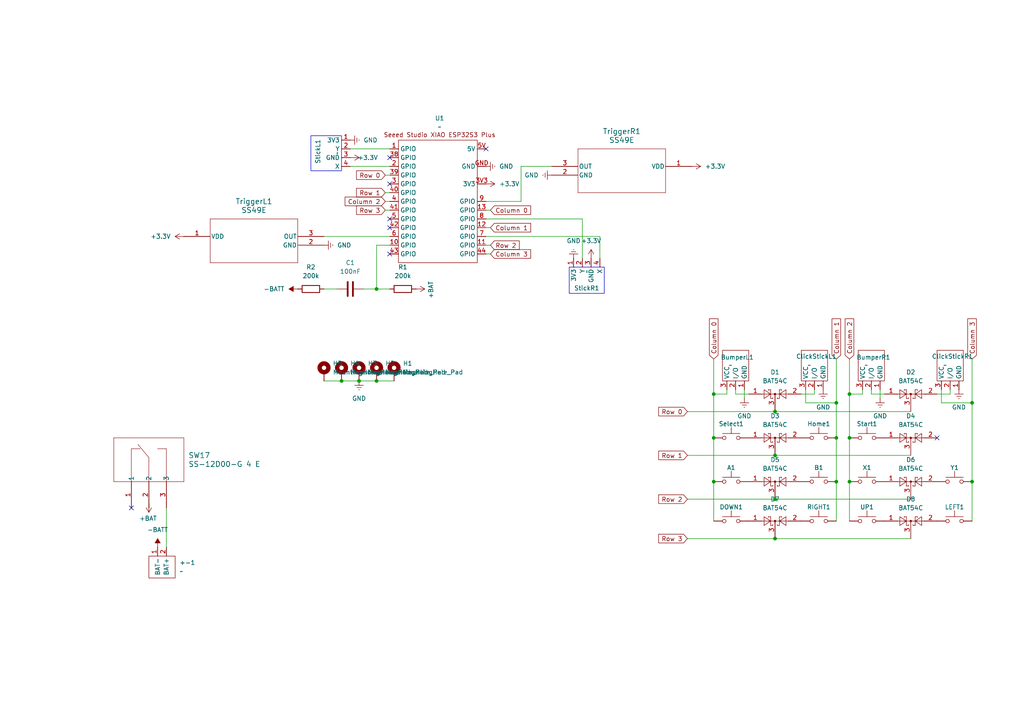
<source format=kicad_sch>
(kicad_sch
	(version 20250114)
	(generator "eeschema")
	(generator_version "9.0")
	(uuid "fc840a9c-b1ba-43df-b29f-5e3875a3bf9d")
	(paper "A4")
	(lib_symbols
		(symbol "CC-Library:Battery_connection"
			(exclude_from_sim no)
			(in_bom yes)
			(on_board yes)
			(property "Reference" "U"
				(at 0 6.35 0)
				(effects
					(font
						(size 1.27 1.27)
					)
				)
			)
			(property "Value" ""
				(at 0 0 0)
				(effects
					(font
						(size 1.27 1.27)
					)
				)
			)
			(property "Footprint" "CC-Library:Battery_connection"
				(at 0 4.318 0)
				(effects
					(font
						(size 1.27 1.27)
					)
					(hide yes)
				)
			)
			(property "Datasheet" ""
				(at 0 0 0)
				(effects
					(font
						(size 1.27 1.27)
					)
					(hide yes)
				)
			)
			(property "Description" ""
				(at 0 0 0)
				(effects
					(font
						(size 1.27 1.27)
					)
					(hide yes)
				)
			)
			(symbol "Battery_connection_0_1"
				(rectangle
					(start -3.81 -3.81)
					(end 3.81 -10.16)
					(stroke
						(width 0)
						(type default)
					)
					(fill
						(type none)
					)
				)
			)
			(symbol "Battery_connection_1_1"
				(pin output line
					(at -1.27 -1.27 270)
					(length 2.54)
					(name "BAT-"
						(effects
							(font
								(size 1.27 1.27)
							)
						)
					)
					(number "1"
						(effects
							(font
								(size 1.27 1.27)
							)
						)
					)
				)
				(pin output line
					(at 1.27 -1.27 270)
					(length 2.54)
					(name "BAT+"
						(effects
							(font
								(size 1.27 1.27)
							)
						)
					)
					(number "2"
						(effects
							(font
								(size 1.27 1.27)
							)
						)
					)
				)
			)
			(embedded_fonts no)
		)
		(symbol "CC-Library:KAILH-MINI-SILENT-SWITCH"
			(pin_numbers
				(hide yes)
			)
			(pin_names
				(offset 1.016)
				(hide yes)
			)
			(exclude_from_sim no)
			(in_bom yes)
			(on_board yes)
			(property "Reference" "SW"
				(at 1.27 2.54 0)
				(effects
					(font
						(size 1.27 1.27)
					)
					(justify left)
				)
			)
			(property "Value" "KAILH-MINI-SILENT-SWITCH"
				(at 0 -1.524 0)
				(effects
					(font
						(size 1.27 1.27)
					)
				)
			)
			(property "Footprint" "CC-Library:KAILH-MINI-SILENT-SWITCH"
				(at 0.254 -4.318 0)
				(effects
					(font
						(size 1.27 1.27)
					)
					(hide yes)
				)
			)
			(property "Datasheet" "~"
				(at 0 5.08 0)
				(effects
					(font
						(size 1.27 1.27)
					)
					(hide yes)
				)
			)
			(property "Description" "Push button switch, generic, two pins"
				(at 0.254 6.096 0)
				(effects
					(font
						(size 1.27 1.27)
					)
					(hide yes)
				)
			)
			(property "ki_keywords" "switch normally-open pushbutton push-button"
				(at 0 0 0)
				(effects
					(font
						(size 1.27 1.27)
					)
					(hide yes)
				)
			)
			(symbol "KAILH-MINI-SILENT-SWITCH_0_1"
				(circle
					(center -2.032 0)
					(radius 0.508)
					(stroke
						(width 0)
						(type default)
					)
					(fill
						(type none)
					)
				)
				(polyline
					(pts
						(xy 0 1.27) (xy 0 3.048)
					)
					(stroke
						(width 0)
						(type default)
					)
					(fill
						(type none)
					)
				)
				(circle
					(center 2.032 0)
					(radius 0.508)
					(stroke
						(width 0)
						(type default)
					)
					(fill
						(type none)
					)
				)
				(polyline
					(pts
						(xy 2.54 1.27) (xy -2.54 1.27)
					)
					(stroke
						(width 0)
						(type default)
					)
					(fill
						(type none)
					)
				)
			)
			(symbol "KAILH-MINI-SILENT-SWITCH_1_1"
				(pin passive line
					(at -5.08 0 0)
					(length 2.54)
					(name "1"
						(effects
							(font
								(size 1.27 1.27)
							)
						)
					)
					(number "1"
						(effects
							(font
								(size 1.27 1.27)
							)
						)
					)
				)
				(pin passive line
					(at 5.08 0 180)
					(length 2.54)
					(name "2"
						(effects
							(font
								(size 1.27 1.27)
							)
						)
					)
					(number "2"
						(effects
							(font
								(size 1.27 1.27)
							)
						)
					)
				)
			)
			(embedded_fonts no)
		)
		(symbol "CC-Library:SM-3ds-stick"
			(exclude_from_sim no)
			(in_bom yes)
			(on_board yes)
			(property "Reference" "S"
				(at 0 9.652 0)
				(effects
					(font
						(size 1.27 1.27)
					)
				)
			)
			(property "Value" ""
				(at 0 0 0)
				(effects
					(font
						(size 1.27 1.27)
					)
				)
			)
			(property "Footprint" "Connector_FFC-FPC:Amphenol_F32Q-1A7x1-11004_1x04-1MP_P0.5mm_Horizontal"
				(at 0 -8.382 0)
				(effects
					(font
						(size 1.27 1.27)
					)
					(hide yes)
				)
			)
			(property "Datasheet" ""
				(at 0 0 0)
				(effects
					(font
						(size 1.27 1.27)
					)
					(hide yes)
				)
			)
			(property "Description" ""
				(at 0 0 0)
				(effects
					(font
						(size 1.27 1.27)
					)
					(hide yes)
				)
			)
			(symbol "SM-3ds-stick_1_1"
				(pin output line
					(at -3.81 0 90)
					(length 2.54)
					(name "X"
						(effects
							(font
								(size 1.27 1.27)
							)
						)
					)
					(number "4"
						(effects
							(font
								(size 1.27 1.27)
							)
						)
					)
				)
				(pin output line
					(at -1.27 0 90)
					(length 2.54)
					(name "GND"
						(effects
							(font
								(size 1.27 1.27)
							)
						)
					)
					(number "3"
						(effects
							(font
								(size 1.27 1.27)
							)
						)
					)
				)
				(pin output line
					(at 1.27 0 90)
					(length 2.54)
					(name "Y"
						(effects
							(font
								(size 1.27 1.27)
							)
						)
					)
					(number "2"
						(effects
							(font
								(size 1.27 1.27)
							)
						)
					)
				)
				(pin output line
					(at 3.81 0 90)
					(length 2.54)
					(name "3V3"
						(effects
							(font
								(size 1.27 1.27)
							)
						)
					)
					(number "1"
						(effects
							(font
								(size 1.27 1.27)
							)
						)
					)
				)
			)
			(embedded_fonts no)
		)
		(symbol "CC-Library:SS-12D00-G_4_E"
			(pin_names
				(offset 0.254)
			)
			(exclude_from_sim no)
			(in_bom yes)
			(on_board yes)
			(property "Reference" "SW"
				(at 15.24 12.7 0)
				(effects
					(font
						(size 1.524 1.524)
					)
				)
			)
			(property "Value" "SS-12D00-G 4 E"
				(at 40.64 7.62 0)
				(effects
					(font
						(size 1.524 1.524)
					)
				)
			)
			(property "Footprint" "1P2T_SS-12D00_CNK"
				(at 0 5.08 0)
				(effects
					(font
						(size 1.27 1.27)
						(italic yes)
					)
					(hide yes)
				)
			)
			(property "Datasheet" "SS-12D00-G 4 E"
				(at 0.254 7.366 0)
				(effects
					(font
						(size 1.27 1.27)
						(italic yes)
					)
					(hide yes)
				)
			)
			(property "Description" ""
				(at 0 0 0)
				(effects
					(font
						(size 1.27 1.27)
					)
					(hide yes)
				)
			)
			(property "ki_locked" ""
				(at 0 0 0)
				(effects
					(font
						(size 1.27 1.27)
					)
				)
			)
			(property "ki_keywords" "SS-12D00-G 4 E"
				(at 0 0 0)
				(effects
					(font
						(size 1.27 1.27)
					)
					(hide yes)
				)
			)
			(property "ki_fp_filters" "1P2T_SS-12D00_CNK"
				(at 0 0 0)
				(effects
					(font
						(size 1.27 1.27)
					)
					(hide yes)
				)
			)
			(symbol "SS-12D00-G_4_E_0_1"
				(polyline
					(pts
						(xy 7.62 5.08) (xy 7.62 -15.24)
					)
					(stroke
						(width 0.127)
						(type default)
					)
					(fill
						(type none)
					)
				)
				(polyline
					(pts
						(xy 7.62 0) (xy 17.145 0)
					)
					(stroke
						(width 0.127)
						(type default)
					)
					(fill
						(type none)
					)
				)
				(polyline
					(pts
						(xy 7.62 -5.08) (xy 14.605 -5.08)
					)
					(stroke
						(width 0.127)
						(type default)
					)
					(fill
						(type none)
					)
				)
				(polyline
					(pts
						(xy 7.62 -10.16) (xy 17.145 -10.16)
					)
					(stroke
						(width 0.127)
						(type default)
					)
					(fill
						(type none)
					)
				)
				(polyline
					(pts
						(xy 7.62 -15.24) (xy 20.32 -15.24)
					)
					(stroke
						(width 0.127)
						(type default)
					)
					(fill
						(type none)
					)
				)
				(polyline
					(pts
						(xy 14.605 -5.08) (xy 18.415 -1.905)
					)
					(stroke
						(width 0.127)
						(type default)
					)
					(fill
						(type none)
					)
				)
				(polyline
					(pts
						(xy 17.145 -2.54) (xy 17.145 0)
					)
					(stroke
						(width 0.127)
						(type default)
					)
					(fill
						(type none)
					)
				)
				(polyline
					(pts
						(xy 17.145 -7.62) (xy 17.145 -10.16)
					)
					(stroke
						(width 0.127)
						(type default)
					)
					(fill
						(type none)
					)
				)
				(polyline
					(pts
						(xy 20.32 5.08) (xy 7.62 5.08)
					)
					(stroke
						(width 0.127)
						(type default)
					)
					(fill
						(type none)
					)
				)
				(polyline
					(pts
						(xy 20.32 -15.24) (xy 20.32 5.08)
					)
					(stroke
						(width 0.127)
						(type default)
					)
					(fill
						(type none)
					)
				)
				(pin unspecified line
					(at 0 0 0)
					(length 7.62)
					(name "1"
						(effects
							(font
								(size 1.27 1.27)
							)
						)
					)
					(number "1"
						(effects
							(font
								(size 1.27 1.27)
							)
						)
					)
				)
				(pin unspecified line
					(at 0 -5.08 0)
					(length 7.62)
					(name "2"
						(effects
							(font
								(size 1.27 1.27)
							)
						)
					)
					(number "2"
						(effects
							(font
								(size 1.27 1.27)
							)
						)
					)
				)
				(pin unspecified line
					(at 0 -10.16 0)
					(length 7.62)
					(name "3"
						(effects
							(font
								(size 1.27 1.27)
							)
						)
					)
					(number "3"
						(effects
							(font
								(size 1.27 1.27)
							)
						)
					)
				)
			)
			(embedded_fonts no)
		)
		(symbol "CC-Library:Seeed_Studio_XIAO_ESP32S3_Plus"
			(exclude_from_sim no)
			(in_bom yes)
			(on_board yes)
			(property "Reference" "U"
				(at 0 3.556 0)
				(effects
					(font
						(size 1.27 1.27)
					)
				)
			)
			(property "Value" ""
				(at 0 0 0)
				(effects
					(font
						(size 1.27 1.27)
					)
				)
			)
			(property "Footprint" "CC-Library:MOUDLE23P-SMD-2.54-21X17.8MM.kicad_mod.kicad_sym"
				(at 1.016 -37.084 0)
				(effects
					(font
						(size 1.27 1.27)
					)
					(hide yes)
				)
			)
			(property "Datasheet" ""
				(at 0 0 0)
				(effects
					(font
						(size 1.27 1.27)
					)
					(hide yes)
				)
			)
			(property "Description" ""
				(at 0 0 0)
				(effects
					(font
						(size 1.27 1.27)
					)
					(hide yes)
				)
			)
			(symbol "Seeed_Studio_XIAO_ESP32S3_Plus_0_1"
				(rectangle
					(start -11.43 0)
					(end 11.43 -35.56)
					(stroke
						(width 0)
						(type default)
					)
					(fill
						(type none)
					)
				)
			)
			(symbol "Seeed_Studio_XIAO_ESP32S3_Plus_1_1"
				(text "Seeed Studio XIAO ESP32S3 Plus"
					(at 0.508 1.524 0)
					(effects
						(font
							(size 1.27 1.27)
						)
					)
				)
				(pin input line
					(at -13.97 -2.54 0)
					(length 2.54)
					(name "GPIO"
						(effects
							(font
								(size 1.27 1.27)
							)
						)
					)
					(number "1"
						(effects
							(font
								(size 1.27 1.27)
							)
						)
					)
				)
				(pin input line
					(at -13.97 -5.08 0)
					(length 2.54)
					(name "GPIO"
						(effects
							(font
								(size 1.27 1.27)
							)
						)
					)
					(number "38"
						(effects
							(font
								(size 1.27 1.27)
							)
						)
					)
				)
				(pin input line
					(at -13.97 -7.62 0)
					(length 2.54)
					(name "GPIO"
						(effects
							(font
								(size 1.27 1.27)
							)
						)
					)
					(number "2"
						(effects
							(font
								(size 1.27 1.27)
							)
						)
					)
				)
				(pin input line
					(at -13.97 -10.16 0)
					(length 2.54)
					(name "GPIO"
						(effects
							(font
								(size 1.27 1.27)
							)
						)
					)
					(number "39"
						(effects
							(font
								(size 1.27 1.27)
							)
						)
					)
				)
				(pin input line
					(at -13.97 -12.7 0)
					(length 2.54)
					(name "GPIO"
						(effects
							(font
								(size 1.27 1.27)
							)
						)
					)
					(number "3"
						(effects
							(font
								(size 1.27 1.27)
							)
						)
					)
				)
				(pin input line
					(at -13.97 -15.24 0)
					(length 2.54)
					(name "GPIO"
						(effects
							(font
								(size 1.27 1.27)
							)
						)
					)
					(number "40"
						(effects
							(font
								(size 1.27 1.27)
							)
						)
					)
				)
				(pin input line
					(at -13.97 -17.78 0)
					(length 2.54)
					(name "GPIO"
						(effects
							(font
								(size 1.27 1.27)
							)
						)
					)
					(number "4"
						(effects
							(font
								(size 1.27 1.27)
							)
						)
					)
				)
				(pin input line
					(at -13.97 -20.32 0)
					(length 2.54)
					(name "GPIO"
						(effects
							(font
								(size 1.27 1.27)
							)
						)
					)
					(number "41"
						(effects
							(font
								(size 1.27 1.27)
							)
						)
					)
				)
				(pin input line
					(at -13.97 -22.86 0)
					(length 2.54)
					(name "GPIO"
						(effects
							(font
								(size 1.27 1.27)
							)
						)
					)
					(number "5"
						(effects
							(font
								(size 1.27 1.27)
							)
						)
					)
				)
				(pin input line
					(at -13.97 -25.4 0)
					(length 2.54)
					(name "GPIO"
						(effects
							(font
								(size 1.27 1.27)
							)
						)
					)
					(number "42"
						(effects
							(font
								(size 1.27 1.27)
							)
						)
					)
				)
				(pin input line
					(at -13.97 -27.94 0)
					(length 2.54)
					(name "GPIO"
						(effects
							(font
								(size 1.27 1.27)
							)
						)
					)
					(number "6"
						(effects
							(font
								(size 1.27 1.27)
							)
						)
					)
				)
				(pin input line
					(at -13.97 -30.48 0)
					(length 2.54)
					(name "GPIO"
						(effects
							(font
								(size 1.27 1.27)
							)
						)
					)
					(number "10"
						(effects
							(font
								(size 1.27 1.27)
							)
						)
					)
				)
				(pin input line
					(at -13.97 -33.02 0)
					(length 2.54)
					(name "GPIO"
						(effects
							(font
								(size 1.27 1.27)
							)
						)
					)
					(number "43"
						(effects
							(font
								(size 1.27 1.27)
							)
						)
					)
				)
				(pin input line
					(at 13.97 -2.54 180)
					(length 2.54)
					(name "5V"
						(effects
							(font
								(size 1.27 1.27)
							)
						)
					)
					(number "5V"
						(effects
							(font
								(size 1.27 1.27)
							)
						)
					)
				)
				(pin input line
					(at 13.97 -7.62 180)
					(length 2.54)
					(name "GND"
						(effects
							(font
								(size 1.27 1.27)
							)
						)
					)
					(number "GND"
						(effects
							(font
								(size 1.27 1.27)
							)
						)
					)
				)
				(pin output line
					(at 13.97 -12.7 180)
					(length 2.54)
					(name "3V3"
						(effects
							(font
								(size 1.27 1.27)
							)
						)
					)
					(number "3V3"
						(effects
							(font
								(size 1.27 1.27)
							)
						)
					)
				)
				(pin input line
					(at 13.97 -17.78 180)
					(length 2.54)
					(name "GPIO"
						(effects
							(font
								(size 1.27 1.27)
							)
						)
					)
					(number "9"
						(effects
							(font
								(size 1.27 1.27)
							)
						)
					)
				)
				(pin input line
					(at 13.97 -20.32 180)
					(length 2.54)
					(name "GPIO"
						(effects
							(font
								(size 1.27 1.27)
							)
						)
					)
					(number "13"
						(effects
							(font
								(size 1.27 1.27)
							)
						)
					)
				)
				(pin input line
					(at 13.97 -22.86 180)
					(length 2.54)
					(name "GPIO"
						(effects
							(font
								(size 1.27 1.27)
							)
						)
					)
					(number "8"
						(effects
							(font
								(size 1.27 1.27)
							)
						)
					)
				)
				(pin input line
					(at 13.97 -25.4 180)
					(length 2.54)
					(name "GPIO"
						(effects
							(font
								(size 1.27 1.27)
							)
						)
					)
					(number "12"
						(effects
							(font
								(size 1.27 1.27)
							)
						)
					)
				)
				(pin input line
					(at 13.97 -27.94 180)
					(length 2.54)
					(name "GPIO"
						(effects
							(font
								(size 1.27 1.27)
							)
						)
					)
					(number "7"
						(effects
							(font
								(size 1.27 1.27)
							)
						)
					)
				)
				(pin input line
					(at 13.97 -30.48 180)
					(length 2.54)
					(name "GPIO"
						(effects
							(font
								(size 1.27 1.27)
							)
						)
					)
					(number "11"
						(effects
							(font
								(size 1.27 1.27)
							)
						)
					)
				)
				(pin input line
					(at 13.97 -33.02 180)
					(length 2.54)
					(name "GPIO"
						(effects
							(font
								(size 1.27 1.27)
							)
						)
					)
					(number "44"
						(effects
							(font
								(size 1.27 1.27)
							)
						)
					)
				)
			)
			(embedded_fonts no)
		)
		(symbol "Capacitive_touch_sensor_1"
			(exclude_from_sim no)
			(in_bom yes)
			(on_board yes)
			(property "Reference" "SW"
				(at 0 1.27 0)
				(effects
					(font
						(size 1.27 1.27)
					)
				)
			)
			(property "Value" ""
				(at 0 0 0)
				(effects
					(font
						(size 1.27 1.27)
					)
				)
			)
			(property "Footprint" ""
				(at 0 0 0)
				(effects
					(font
						(size 1.27 1.27)
					)
					(hide yes)
				)
			)
			(property "Datasheet" ""
				(at 0 0 0)
				(effects
					(font
						(size 1.27 1.27)
					)
					(hide yes)
				)
			)
			(property "Description" ""
				(at 0 0 0)
				(effects
					(font
						(size 1.27 1.27)
					)
					(hide yes)
				)
			)
			(symbol "Capacitive_touch_sensor_1_0_1"
				(rectangle
					(start -3.81 3.81)
					(end 3.81 -5.08)
					(stroke
						(width 0)
						(type default)
					)
					(fill
						(type none)
					)
				)
			)
			(symbol "Capacitive_touch_sensor_1_1_1"
				(pin power_in line
					(at -2.54 -7.62 90)
					(length 2.54)
					(name "VCC"
						(effects
							(font
								(size 1.27 1.27)
							)
						)
					)
					(number "3"
						(effects
							(font
								(size 1.27 1.27)
							)
						)
					)
				)
				(pin output line
					(at 0 -7.62 90)
					(length 2.54)
					(name "I/O"
						(effects
							(font
								(size 1.27 1.27)
							)
						)
					)
					(number "2"
						(effects
							(font
								(size 1.27 1.27)
							)
						)
					)
				)
				(pin power_in line
					(at 2.54 -7.62 90)
					(length 2.54)
					(name "GND"
						(effects
							(font
								(size 1.27 1.27)
							)
						)
					)
					(number "1"
						(effects
							(font
								(size 1.27 1.27)
							)
						)
					)
				)
			)
			(embedded_fonts no)
		)
		(symbol "Capacitive_touch_sensor_2"
			(exclude_from_sim no)
			(in_bom yes)
			(on_board yes)
			(property "Reference" "SW"
				(at 0 1.27 0)
				(effects
					(font
						(size 1.27 1.27)
					)
				)
			)
			(property "Value" ""
				(at 0 0 0)
				(effects
					(font
						(size 1.27 1.27)
					)
				)
			)
			(property "Footprint" ""
				(at 0 0 0)
				(effects
					(font
						(size 1.27 1.27)
					)
					(hide yes)
				)
			)
			(property "Datasheet" ""
				(at 0 0 0)
				(effects
					(font
						(size 1.27 1.27)
					)
					(hide yes)
				)
			)
			(property "Description" ""
				(at 0 0 0)
				(effects
					(font
						(size 1.27 1.27)
					)
					(hide yes)
				)
			)
			(symbol "Capacitive_touch_sensor_2_0_1"
				(rectangle
					(start -3.81 3.81)
					(end 3.81 -5.08)
					(stroke
						(width 0)
						(type default)
					)
					(fill
						(type none)
					)
				)
			)
			(symbol "Capacitive_touch_sensor_2_1_1"
				(pin power_in line
					(at -2.54 -7.62 90)
					(length 2.54)
					(name "VCC"
						(effects
							(font
								(size 1.27 1.27)
							)
						)
					)
					(number "3"
						(effects
							(font
								(size 1.27 1.27)
							)
						)
					)
				)
				(pin output line
					(at 0 -7.62 90)
					(length 2.54)
					(name "I/O"
						(effects
							(font
								(size 1.27 1.27)
							)
						)
					)
					(number "2"
						(effects
							(font
								(size 1.27 1.27)
							)
						)
					)
				)
				(pin power_in line
					(at 2.54 -7.62 90)
					(length 2.54)
					(name "GND"
						(effects
							(font
								(size 1.27 1.27)
							)
						)
					)
					(number "1"
						(effects
							(font
								(size 1.27 1.27)
							)
						)
					)
				)
			)
			(embedded_fonts no)
		)
		(symbol "Capacitive_touch_sensor_3"
			(exclude_from_sim no)
			(in_bom yes)
			(on_board yes)
			(property "Reference" "SW"
				(at 0 1.27 0)
				(effects
					(font
						(size 1.27 1.27)
					)
				)
			)
			(property "Value" ""
				(at 0 0 0)
				(effects
					(font
						(size 1.27 1.27)
					)
				)
			)
			(property "Footprint" ""
				(at 0 0 0)
				(effects
					(font
						(size 1.27 1.27)
					)
					(hide yes)
				)
			)
			(property "Datasheet" ""
				(at 0 0 0)
				(effects
					(font
						(size 1.27 1.27)
					)
					(hide yes)
				)
			)
			(property "Description" ""
				(at 0 0 0)
				(effects
					(font
						(size 1.27 1.27)
					)
					(hide yes)
				)
			)
			(symbol "Capacitive_touch_sensor_3_0_1"
				(rectangle
					(start -3.81 3.81)
					(end 3.81 -5.08)
					(stroke
						(width 0)
						(type default)
					)
					(fill
						(type none)
					)
				)
			)
			(symbol "Capacitive_touch_sensor_3_1_1"
				(pin power_in line
					(at -2.54 -7.62 90)
					(length 2.54)
					(name "VCC"
						(effects
							(font
								(size 1.27 1.27)
							)
						)
					)
					(number "3"
						(effects
							(font
								(size 1.27 1.27)
							)
						)
					)
				)
				(pin output line
					(at 0 -7.62 90)
					(length 2.54)
					(name "I/O"
						(effects
							(font
								(size 1.27 1.27)
							)
						)
					)
					(number "2"
						(effects
							(font
								(size 1.27 1.27)
							)
						)
					)
				)
				(pin power_in line
					(at 2.54 -7.62 90)
					(length 2.54)
					(name "GND"
						(effects
							(font
								(size 1.27 1.27)
							)
						)
					)
					(number "1"
						(effects
							(font
								(size 1.27 1.27)
							)
						)
					)
				)
			)
			(embedded_fonts no)
		)
		(symbol "Device:C"
			(pin_numbers
				(hide yes)
			)
			(pin_names
				(offset 0.254)
			)
			(exclude_from_sim no)
			(in_bom yes)
			(on_board yes)
			(property "Reference" "C"
				(at 0.635 2.54 0)
				(effects
					(font
						(size 1.27 1.27)
					)
					(justify left)
				)
			)
			(property "Value" "C"
				(at 0.635 -2.54 0)
				(effects
					(font
						(size 1.27 1.27)
					)
					(justify left)
				)
			)
			(property "Footprint" ""
				(at 0.9652 -3.81 0)
				(effects
					(font
						(size 1.27 1.27)
					)
					(hide yes)
				)
			)
			(property "Datasheet" "~"
				(at 0 0 0)
				(effects
					(font
						(size 1.27 1.27)
					)
					(hide yes)
				)
			)
			(property "Description" "Unpolarized capacitor"
				(at 0 0 0)
				(effects
					(font
						(size 1.27 1.27)
					)
					(hide yes)
				)
			)
			(property "ki_keywords" "cap capacitor"
				(at 0 0 0)
				(effects
					(font
						(size 1.27 1.27)
					)
					(hide yes)
				)
			)
			(property "ki_fp_filters" "C_*"
				(at 0 0 0)
				(effects
					(font
						(size 1.27 1.27)
					)
					(hide yes)
				)
			)
			(symbol "C_0_1"
				(polyline
					(pts
						(xy -2.032 0.762) (xy 2.032 0.762)
					)
					(stroke
						(width 0.508)
						(type default)
					)
					(fill
						(type none)
					)
				)
				(polyline
					(pts
						(xy -2.032 -0.762) (xy 2.032 -0.762)
					)
					(stroke
						(width 0.508)
						(type default)
					)
					(fill
						(type none)
					)
				)
			)
			(symbol "C_1_1"
				(pin passive line
					(at 0 3.81 270)
					(length 2.794)
					(name "~"
						(effects
							(font
								(size 1.27 1.27)
							)
						)
					)
					(number "1"
						(effects
							(font
								(size 1.27 1.27)
							)
						)
					)
				)
				(pin passive line
					(at 0 -3.81 90)
					(length 2.794)
					(name "~"
						(effects
							(font
								(size 1.27 1.27)
							)
						)
					)
					(number "2"
						(effects
							(font
								(size 1.27 1.27)
							)
						)
					)
				)
			)
			(embedded_fonts no)
		)
		(symbol "Device:R"
			(pin_numbers
				(hide yes)
			)
			(pin_names
				(offset 0)
			)
			(exclude_from_sim no)
			(in_bom yes)
			(on_board yes)
			(property "Reference" "R"
				(at 2.032 0 90)
				(effects
					(font
						(size 1.27 1.27)
					)
				)
			)
			(property "Value" "R"
				(at 0 0 90)
				(effects
					(font
						(size 1.27 1.27)
					)
				)
			)
			(property "Footprint" ""
				(at -1.778 0 90)
				(effects
					(font
						(size 1.27 1.27)
					)
					(hide yes)
				)
			)
			(property "Datasheet" "~"
				(at 0 0 0)
				(effects
					(font
						(size 1.27 1.27)
					)
					(hide yes)
				)
			)
			(property "Description" "Resistor"
				(at 0 0 0)
				(effects
					(font
						(size 1.27 1.27)
					)
					(hide yes)
				)
			)
			(property "ki_keywords" "R res resistor"
				(at 0 0 0)
				(effects
					(font
						(size 1.27 1.27)
					)
					(hide yes)
				)
			)
			(property "ki_fp_filters" "R_*"
				(at 0 0 0)
				(effects
					(font
						(size 1.27 1.27)
					)
					(hide yes)
				)
			)
			(symbol "R_0_1"
				(rectangle
					(start -1.016 -2.54)
					(end 1.016 2.54)
					(stroke
						(width 0.254)
						(type default)
					)
					(fill
						(type none)
					)
				)
			)
			(symbol "R_1_1"
				(pin passive line
					(at 0 3.81 270)
					(length 1.27)
					(name "~"
						(effects
							(font
								(size 1.27 1.27)
							)
						)
					)
					(number "1"
						(effects
							(font
								(size 1.27 1.27)
							)
						)
					)
				)
				(pin passive line
					(at 0 -3.81 90)
					(length 1.27)
					(name "~"
						(effects
							(font
								(size 1.27 1.27)
							)
						)
					)
					(number "2"
						(effects
							(font
								(size 1.27 1.27)
							)
						)
					)
				)
			)
			(embedded_fonts no)
		)
		(symbol "Diode:BAT54C"
			(pin_names
				(offset 1.016)
			)
			(exclude_from_sim no)
			(in_bom yes)
			(on_board yes)
			(property "Reference" "D"
				(at 0.635 -3.81 0)
				(effects
					(font
						(size 1.27 1.27)
					)
					(justify left)
				)
			)
			(property "Value" "BAT54C"
				(at -6.35 3.175 0)
				(effects
					(font
						(size 1.27 1.27)
					)
					(justify left)
				)
			)
			(property "Footprint" "Package_TO_SOT_SMD:SOT-23"
				(at 1.905 3.175 0)
				(effects
					(font
						(size 1.27 1.27)
					)
					(justify left)
					(hide yes)
				)
			)
			(property "Datasheet" "http://www.diodes.com/_files/datasheets/ds11005.pdf"
				(at -2.032 0 0)
				(effects
					(font
						(size 1.27 1.27)
					)
					(hide yes)
				)
			)
			(property "Description" "dual schottky barrier diode, common cathode"
				(at 0 0 0)
				(effects
					(font
						(size 1.27 1.27)
					)
					(hide yes)
				)
			)
			(property "ki_keywords" "schottky diode common cathode"
				(at 0 0 0)
				(effects
					(font
						(size 1.27 1.27)
					)
					(hide yes)
				)
			)
			(property "ki_fp_filters" "SOT?23*"
				(at 0 0 0)
				(effects
					(font
						(size 1.27 1.27)
					)
					(hide yes)
				)
			)
			(symbol "BAT54C_0_1"
				(polyline
					(pts
						(xy -3.175 -1.27) (xy -3.175 1.27) (xy -1.27 0) (xy -3.175 -1.27)
					)
					(stroke
						(width 0)
						(type default)
					)
					(fill
						(type none)
					)
				)
				(polyline
					(pts
						(xy -1.905 1.27) (xy -1.905 1.016)
					)
					(stroke
						(width 0)
						(type default)
					)
					(fill
						(type none)
					)
				)
				(polyline
					(pts
						(xy -1.905 0) (xy 1.905 0)
					)
					(stroke
						(width 0)
						(type default)
					)
					(fill
						(type none)
					)
				)
				(polyline
					(pts
						(xy -1.27 1.27) (xy -1.905 1.27)
					)
					(stroke
						(width 0)
						(type default)
					)
					(fill
						(type none)
					)
				)
				(polyline
					(pts
						(xy -1.27 1.27) (xy -1.27 -1.27)
					)
					(stroke
						(width 0)
						(type default)
					)
					(fill
						(type none)
					)
				)
				(polyline
					(pts
						(xy -1.27 0) (xy -3.81 0)
					)
					(stroke
						(width 0)
						(type default)
					)
					(fill
						(type none)
					)
				)
				(polyline
					(pts
						(xy -1.27 -1.27) (xy -0.635 -1.27)
					)
					(stroke
						(width 0)
						(type default)
					)
					(fill
						(type none)
					)
				)
				(polyline
					(pts
						(xy -0.635 -1.27) (xy -0.635 -1.016)
					)
					(stroke
						(width 0)
						(type default)
					)
					(fill
						(type none)
					)
				)
				(circle
					(center 0 0)
					(radius 0.254)
					(stroke
						(width 0)
						(type default)
					)
					(fill
						(type outline)
					)
				)
				(polyline
					(pts
						(xy 0.635 -1.27) (xy 0.635 -1.016)
					)
					(stroke
						(width 0)
						(type default)
					)
					(fill
						(type none)
					)
				)
				(polyline
					(pts
						(xy 1.27 1.27) (xy 1.27 -1.27)
					)
					(stroke
						(width 0)
						(type default)
					)
					(fill
						(type none)
					)
				)
				(polyline
					(pts
						(xy 1.27 1.27) (xy 1.905 1.27)
					)
					(stroke
						(width 0)
						(type default)
					)
					(fill
						(type none)
					)
				)
				(polyline
					(pts
						(xy 1.27 -1.27) (xy 0.635 -1.27)
					)
					(stroke
						(width 0)
						(type default)
					)
					(fill
						(type none)
					)
				)
				(polyline
					(pts
						(xy 1.905 1.27) (xy 1.905 1.016)
					)
					(stroke
						(width 0)
						(type default)
					)
					(fill
						(type none)
					)
				)
				(polyline
					(pts
						(xy 3.175 -1.27) (xy 3.175 1.27) (xy 1.27 0) (xy 3.175 -1.27)
					)
					(stroke
						(width 0)
						(type default)
					)
					(fill
						(type none)
					)
				)
				(polyline
					(pts
						(xy 3.81 0) (xy 1.27 0)
					)
					(stroke
						(width 0)
						(type default)
					)
					(fill
						(type none)
					)
				)
			)
			(symbol "BAT54C_1_1"
				(pin passive line
					(at -7.62 0 0)
					(length 3.81)
					(name "~"
						(effects
							(font
								(size 1.27 1.27)
							)
						)
					)
					(number "1"
						(effects
							(font
								(size 1.27 1.27)
							)
						)
					)
				)
				(pin passive line
					(at 0 -5.08 90)
					(length 5.08)
					(name "~"
						(effects
							(font
								(size 1.27 1.27)
							)
						)
					)
					(number "3"
						(effects
							(font
								(size 1.27 1.27)
							)
						)
					)
				)
				(pin passive line
					(at 7.62 0 180)
					(length 3.81)
					(name "~"
						(effects
							(font
								(size 1.27 1.27)
							)
						)
					)
					(number "2"
						(effects
							(font
								(size 1.27 1.27)
							)
						)
					)
				)
			)
			(embedded_fonts no)
		)
		(symbol "Lib_controller:Capacitive_touch_sensor"
			(exclude_from_sim no)
			(in_bom yes)
			(on_board yes)
			(property "Reference" "SW"
				(at 0 1.27 0)
				(effects
					(font
						(size 1.27 1.27)
					)
				)
			)
			(property "Value" ""
				(at 0 0 0)
				(effects
					(font
						(size 1.27 1.27)
					)
				)
			)
			(property "Footprint" ""
				(at 0 0 0)
				(effects
					(font
						(size 1.27 1.27)
					)
					(hide yes)
				)
			)
			(property "Datasheet" ""
				(at 0 0 0)
				(effects
					(font
						(size 1.27 1.27)
					)
					(hide yes)
				)
			)
			(property "Description" ""
				(at 0 0 0)
				(effects
					(font
						(size 1.27 1.27)
					)
					(hide yes)
				)
			)
			(symbol "Capacitive_touch_sensor_0_1"
				(rectangle
					(start -3.81 3.81)
					(end 3.81 -5.08)
					(stroke
						(width 0)
						(type default)
					)
					(fill
						(type none)
					)
				)
			)
			(symbol "Capacitive_touch_sensor_1_1"
				(pin power_in line
					(at -2.54 -7.62 90)
					(length 2.54)
					(name "VCC"
						(effects
							(font
								(size 1.27 1.27)
							)
						)
					)
					(number "3"
						(effects
							(font
								(size 1.27 1.27)
							)
						)
					)
				)
				(pin output line
					(at 0 -7.62 90)
					(length 2.54)
					(name "I/O"
						(effects
							(font
								(size 1.27 1.27)
							)
						)
					)
					(number "2"
						(effects
							(font
								(size 1.27 1.27)
							)
						)
					)
				)
				(pin power_in line
					(at 2.54 -7.62 90)
					(length 2.54)
					(name "GND"
						(effects
							(font
								(size 1.27 1.27)
							)
						)
					)
					(number "1"
						(effects
							(font
								(size 1.27 1.27)
							)
						)
					)
				)
			)
			(embedded_fonts no)
		)
		(symbol "Mechanical:MountingHole_Pad"
			(pin_numbers
				(hide yes)
			)
			(pin_names
				(offset 1.016)
				(hide yes)
			)
			(exclude_from_sim no)
			(in_bom no)
			(on_board yes)
			(property "Reference" "H"
				(at 0 6.35 0)
				(effects
					(font
						(size 1.27 1.27)
					)
				)
			)
			(property "Value" "MountingHole_Pad"
				(at 0 4.445 0)
				(effects
					(font
						(size 1.27 1.27)
					)
				)
			)
			(property "Footprint" ""
				(at 0 0 0)
				(effects
					(font
						(size 1.27 1.27)
					)
					(hide yes)
				)
			)
			(property "Datasheet" "~"
				(at 0 0 0)
				(effects
					(font
						(size 1.27 1.27)
					)
					(hide yes)
				)
			)
			(property "Description" "Mounting Hole with connection"
				(at 0 0 0)
				(effects
					(font
						(size 1.27 1.27)
					)
					(hide yes)
				)
			)
			(property "ki_keywords" "mounting hole"
				(at 0 0 0)
				(effects
					(font
						(size 1.27 1.27)
					)
					(hide yes)
				)
			)
			(property "ki_fp_filters" "MountingHole*Pad*"
				(at 0 0 0)
				(effects
					(font
						(size 1.27 1.27)
					)
					(hide yes)
				)
			)
			(symbol "MountingHole_Pad_0_1"
				(circle
					(center 0 1.27)
					(radius 1.27)
					(stroke
						(width 1.27)
						(type default)
					)
					(fill
						(type none)
					)
				)
			)
			(symbol "MountingHole_Pad_1_1"
				(pin input line
					(at 0 -2.54 90)
					(length 2.54)
					(name "1"
						(effects
							(font
								(size 1.27 1.27)
							)
						)
					)
					(number "1"
						(effects
							(font
								(size 1.27 1.27)
							)
						)
					)
				)
			)
			(embedded_fonts no)
		)
		(symbol "SS49E:SS49E"
			(pin_names
				(offset 0.254)
			)
			(exclude_from_sim no)
			(in_bom yes)
			(on_board yes)
			(property "Reference" "U"
				(at 20.32 10.16 0)
				(effects
					(font
						(size 1.524 1.524)
					)
				)
			)
			(property "Value" "SS49E"
				(at 20.32 7.62 0)
				(effects
					(font
						(size 1.524 1.524)
					)
				)
			)
			(property "Footprint" "SS49E:SEN3_SS49E_HNW"
				(at -0.508 -11.43 0)
				(effects
					(font
						(size 1.27 1.27)
						(italic yes)
					)
					(hide yes)
				)
			)
			(property "Datasheet" "SS49E"
				(at 0 0 0)
				(effects
					(font
						(size 1.27 1.27)
						(italic yes)
					)
					(hide yes)
				)
			)
			(property "Description" ""
				(at 0 0 0)
				(effects
					(font
						(size 1.27 1.27)
					)
					(hide yes)
				)
			)
			(property "ki_keywords" "SS49E"
				(at 0 0 0)
				(effects
					(font
						(size 1.27 1.27)
					)
					(hide yes)
				)
			)
			(property "ki_fp_filters" "SEN3_SS49E_HNW"
				(at 0 0 0)
				(effects
					(font
						(size 1.27 1.27)
					)
					(hide yes)
				)
			)
			(symbol "SS49E_0_1"
				(polyline
					(pts
						(xy 7.62 5.08) (xy 7.62 -7.62)
					)
					(stroke
						(width 0.127)
						(type default)
					)
					(fill
						(type none)
					)
				)
				(polyline
					(pts
						(xy 7.62 -7.62) (xy 33.02 -7.62)
					)
					(stroke
						(width 0.127)
						(type default)
					)
					(fill
						(type none)
					)
				)
				(polyline
					(pts
						(xy 33.02 5.08) (xy 7.62 5.08)
					)
					(stroke
						(width 0.127)
						(type default)
					)
					(fill
						(type none)
					)
				)
				(polyline
					(pts
						(xy 33.02 -7.62) (xy 33.02 5.08)
					)
					(stroke
						(width 0.127)
						(type default)
					)
					(fill
						(type none)
					)
				)
			)
			(symbol "SS49E_1_1"
				(pin input line
					(at 0 0 0)
					(length 7.62)
					(name "VDD"
						(effects
							(font
								(size 1.27 1.27)
							)
						)
					)
					(number "1"
						(effects
							(font
								(size 1.27 1.27)
							)
						)
					)
				)
				(pin output line
					(at 40.64 0 180)
					(length 7.62)
					(name "OUT"
						(effects
							(font
								(size 1.27 1.27)
							)
						)
					)
					(number "3"
						(effects
							(font
								(size 1.27 1.27)
							)
						)
					)
				)
				(pin output line
					(at 40.64 -2.54 180)
					(length 7.62)
					(name "GND"
						(effects
							(font
								(size 1.27 1.27)
							)
						)
					)
					(number "2"
						(effects
							(font
								(size 1.27 1.27)
							)
						)
					)
				)
			)
			(embedded_fonts no)
		)
		(symbol "power:+3.3V"
			(power)
			(pin_numbers
				(hide yes)
			)
			(pin_names
				(offset 0)
				(hide yes)
			)
			(exclude_from_sim no)
			(in_bom yes)
			(on_board yes)
			(property "Reference" "#PWR"
				(at 0 -3.81 0)
				(effects
					(font
						(size 1.27 1.27)
					)
					(hide yes)
				)
			)
			(property "Value" "+3.3V"
				(at 0 3.556 0)
				(effects
					(font
						(size 1.27 1.27)
					)
				)
			)
			(property "Footprint" ""
				(at 0 0 0)
				(effects
					(font
						(size 1.27 1.27)
					)
					(hide yes)
				)
			)
			(property "Datasheet" ""
				(at 0 0 0)
				(effects
					(font
						(size 1.27 1.27)
					)
					(hide yes)
				)
			)
			(property "Description" "Power symbol creates a global label with name \"+3.3V\""
				(at 0 0 0)
				(effects
					(font
						(size 1.27 1.27)
					)
					(hide yes)
				)
			)
			(property "ki_keywords" "global power"
				(at 0 0 0)
				(effects
					(font
						(size 1.27 1.27)
					)
					(hide yes)
				)
			)
			(symbol "+3.3V_0_1"
				(polyline
					(pts
						(xy -0.762 1.27) (xy 0 2.54)
					)
					(stroke
						(width 0)
						(type default)
					)
					(fill
						(type none)
					)
				)
				(polyline
					(pts
						(xy 0 2.54) (xy 0.762 1.27)
					)
					(stroke
						(width 0)
						(type default)
					)
					(fill
						(type none)
					)
				)
				(polyline
					(pts
						(xy 0 0) (xy 0 2.54)
					)
					(stroke
						(width 0)
						(type default)
					)
					(fill
						(type none)
					)
				)
			)
			(symbol "+3.3V_1_1"
				(pin power_in line
					(at 0 0 90)
					(length 0)
					(name "~"
						(effects
							(font
								(size 1.27 1.27)
							)
						)
					)
					(number "1"
						(effects
							(font
								(size 1.27 1.27)
							)
						)
					)
				)
			)
			(embedded_fonts no)
		)
		(symbol "power:+BATT"
			(power)
			(pin_numbers
				(hide yes)
			)
			(pin_names
				(offset 0)
				(hide yes)
			)
			(exclude_from_sim no)
			(in_bom yes)
			(on_board yes)
			(property "Reference" "#PWR"
				(at 0 -3.81 0)
				(effects
					(font
						(size 1.27 1.27)
					)
					(hide yes)
				)
			)
			(property "Value" "+BATT"
				(at 0 3.556 0)
				(effects
					(font
						(size 1.27 1.27)
					)
				)
			)
			(property "Footprint" ""
				(at 0 0 0)
				(effects
					(font
						(size 1.27 1.27)
					)
					(hide yes)
				)
			)
			(property "Datasheet" ""
				(at 0 0 0)
				(effects
					(font
						(size 1.27 1.27)
					)
					(hide yes)
				)
			)
			(property "Description" "Power symbol creates a global label with name \"+BATT\""
				(at 0 0 0)
				(effects
					(font
						(size 1.27 1.27)
					)
					(hide yes)
				)
			)
			(property "ki_keywords" "global power battery"
				(at 0 0 0)
				(effects
					(font
						(size 1.27 1.27)
					)
					(hide yes)
				)
			)
			(symbol "+BATT_0_1"
				(polyline
					(pts
						(xy -0.762 1.27) (xy 0 2.54)
					)
					(stroke
						(width 0)
						(type default)
					)
					(fill
						(type none)
					)
				)
				(polyline
					(pts
						(xy 0 2.54) (xy 0.762 1.27)
					)
					(stroke
						(width 0)
						(type default)
					)
					(fill
						(type none)
					)
				)
				(polyline
					(pts
						(xy 0 0) (xy 0 2.54)
					)
					(stroke
						(width 0)
						(type default)
					)
					(fill
						(type none)
					)
				)
			)
			(symbol "+BATT_1_1"
				(pin power_in line
					(at 0 0 90)
					(length 0)
					(name "~"
						(effects
							(font
								(size 1.27 1.27)
							)
						)
					)
					(number "1"
						(effects
							(font
								(size 1.27 1.27)
							)
						)
					)
				)
			)
			(embedded_fonts no)
		)
		(symbol "power:-BATT"
			(power)
			(pin_numbers
				(hide yes)
			)
			(pin_names
				(offset 0)
				(hide yes)
			)
			(exclude_from_sim no)
			(in_bom yes)
			(on_board yes)
			(property "Reference" "#PWR"
				(at 0 -3.81 0)
				(effects
					(font
						(size 1.27 1.27)
					)
					(hide yes)
				)
			)
			(property "Value" "-BATT"
				(at 0 3.556 0)
				(effects
					(font
						(size 1.27 1.27)
					)
				)
			)
			(property "Footprint" ""
				(at 0 0 0)
				(effects
					(font
						(size 1.27 1.27)
					)
					(hide yes)
				)
			)
			(property "Datasheet" ""
				(at 0 0 0)
				(effects
					(font
						(size 1.27 1.27)
					)
					(hide yes)
				)
			)
			(property "Description" "Power symbol creates a global label with name \"-BATT\""
				(at 0 0 0)
				(effects
					(font
						(size 1.27 1.27)
					)
					(hide yes)
				)
			)
			(property "ki_keywords" "global power battery"
				(at 0 0 0)
				(effects
					(font
						(size 1.27 1.27)
					)
					(hide yes)
				)
			)
			(symbol "-BATT_0_1"
				(polyline
					(pts
						(xy 0 0) (xy 0 2.54)
					)
					(stroke
						(width 0)
						(type default)
					)
					(fill
						(type none)
					)
				)
				(polyline
					(pts
						(xy 0.762 1.27) (xy -0.762 1.27) (xy 0 2.54) (xy 0.762 1.27)
					)
					(stroke
						(width 0)
						(type default)
					)
					(fill
						(type outline)
					)
				)
			)
			(symbol "-BATT_1_1"
				(pin power_in line
					(at 0 0 90)
					(length 0)
					(name "~"
						(effects
							(font
								(size 1.27 1.27)
							)
						)
					)
					(number "1"
						(effects
							(font
								(size 1.27 1.27)
							)
						)
					)
				)
			)
			(embedded_fonts no)
		)
		(symbol "power:Earth"
			(power)
			(pin_numbers
				(hide yes)
			)
			(pin_names
				(offset 0)
				(hide yes)
			)
			(exclude_from_sim no)
			(in_bom yes)
			(on_board yes)
			(property "Reference" "#PWR"
				(at 0 -6.35 0)
				(effects
					(font
						(size 1.27 1.27)
					)
					(hide yes)
				)
			)
			(property "Value" "Earth"
				(at 0 -3.81 0)
				(effects
					(font
						(size 1.27 1.27)
					)
				)
			)
			(property "Footprint" ""
				(at 0 0 0)
				(effects
					(font
						(size 1.27 1.27)
					)
					(hide yes)
				)
			)
			(property "Datasheet" "~"
				(at 0 0 0)
				(effects
					(font
						(size 1.27 1.27)
					)
					(hide yes)
				)
			)
			(property "Description" "Power symbol creates a global label with name \"Earth\""
				(at 0 0 0)
				(effects
					(font
						(size 1.27 1.27)
					)
					(hide yes)
				)
			)
			(property "ki_keywords" "global ground gnd"
				(at 0 0 0)
				(effects
					(font
						(size 1.27 1.27)
					)
					(hide yes)
				)
			)
			(symbol "Earth_0_1"
				(polyline
					(pts
						(xy -0.635 -1.905) (xy 0.635 -1.905)
					)
					(stroke
						(width 0)
						(type default)
					)
					(fill
						(type none)
					)
				)
				(polyline
					(pts
						(xy -0.127 -2.54) (xy 0.127 -2.54)
					)
					(stroke
						(width 0)
						(type default)
					)
					(fill
						(type none)
					)
				)
				(polyline
					(pts
						(xy 0 -1.27) (xy 0 0)
					)
					(stroke
						(width 0)
						(type default)
					)
					(fill
						(type none)
					)
				)
				(polyline
					(pts
						(xy 1.27 -1.27) (xy -1.27 -1.27)
					)
					(stroke
						(width 0)
						(type default)
					)
					(fill
						(type none)
					)
				)
			)
			(symbol "Earth_1_1"
				(pin power_in line
					(at 0 0 270)
					(length 0)
					(name "~"
						(effects
							(font
								(size 1.27 1.27)
							)
						)
					)
					(number "1"
						(effects
							(font
								(size 1.27 1.27)
							)
						)
					)
				)
			)
			(embedded_fonts no)
		)
	)
	(rectangle
		(start 90.17 39.37)
		(end 99.06 49.53)
		(stroke
			(width 0)
			(type default)
		)
		(fill
			(type none)
		)
		(uuid b04b2186-0b6e-491d-a661-543f492f9b82)
	)
	(rectangle
		(start 165.1 77.47)
		(end 175.26 85.09)
		(stroke
			(width 0)
			(type default)
		)
		(fill
			(type none)
		)
		(uuid de6f8e59-832a-4b4d-957c-884e1e7afe52)
	)
	(junction
		(at 207.01 127)
		(diameter 0)
		(color 0 0 0 0)
		(uuid "04f6b83f-b1e5-4cf1-80be-a01df2f65592")
	)
	(junction
		(at 242.57 127)
		(diameter 0)
		(color 0 0 0 0)
		(uuid "0994086e-8d56-4642-b3f8-21f27b3d7720")
	)
	(junction
		(at 224.79 119.38)
		(diameter 0)
		(color 0 0 0 0)
		(uuid "1c9c26b2-3dec-4006-8443-25bc17c1712c")
	)
	(junction
		(at 242.57 139.7)
		(diameter 0)
		(color 0 0 0 0)
		(uuid "223417bf-b541-415f-8c24-7a8f35e1057f")
	)
	(junction
		(at 246.38 139.7)
		(diameter 0)
		(color 0 0 0 0)
		(uuid "241f10c8-bc29-4523-9ea4-143a0868422b")
	)
	(junction
		(at 104.14 110.49)
		(diameter 0)
		(color 0 0 0 0)
		(uuid "45d5e973-c3c2-4203-b7ba-1f99b7fc7bc9")
	)
	(junction
		(at 224.79 144.78)
		(diameter 0)
		(color 0 0 0 0)
		(uuid "56710970-3a03-4e21-a1db-d994be63163a")
	)
	(junction
		(at 242.57 116.84)
		(diameter 0)
		(color 0 0 0 0)
		(uuid "69b380ce-3f03-4c6a-a2d8-965099b4f82d")
	)
	(junction
		(at 281.94 116.84)
		(diameter 0)
		(color 0 0 0 0)
		(uuid "6ab31ef8-215a-4979-ac8d-710209e9a796")
	)
	(junction
		(at 246.38 114.3)
		(diameter 0)
		(color 0 0 0 0)
		(uuid "6b4c11ee-27d7-4f2f-bccb-fea7b43ab51c")
	)
	(junction
		(at 224.79 132.08)
		(diameter 0)
		(color 0 0 0 0)
		(uuid "88f050b3-97e0-4a0f-94d0-6efc566066de")
	)
	(junction
		(at 281.94 139.7)
		(diameter 0)
		(color 0 0 0 0)
		(uuid "a67be87f-fb3c-41a4-b38c-2f47a6fa0df6")
	)
	(junction
		(at 109.22 110.49)
		(diameter 0)
		(color 0 0 0 0)
		(uuid "a9aa176e-8879-4a27-96ea-6062cf03d22c")
	)
	(junction
		(at 246.38 127)
		(diameter 0)
		(color 0 0 0 0)
		(uuid "b999bf8d-f29b-4335-833d-7803a98ea874")
	)
	(junction
		(at 99.06 110.49)
		(diameter 0)
		(color 0 0 0 0)
		(uuid "c0679504-831b-4c0b-85dd-1a2aef54895c")
	)
	(junction
		(at 207.01 139.7)
		(diameter 0)
		(color 0 0 0 0)
		(uuid "ced31073-34c2-4856-b309-944b416a52ac")
	)
	(junction
		(at 224.79 156.21)
		(diameter 0)
		(color 0 0 0 0)
		(uuid "d635cdee-080a-4b70-b781-af3049ad86a4")
	)
	(junction
		(at 207.01 114.3)
		(diameter 0)
		(color 0 0 0 0)
		(uuid "dc87d856-654e-4e47-bc17-706e95b3c0a9")
	)
	(junction
		(at 109.22 83.82)
		(diameter 0)
		(color 0 0 0 0)
		(uuid "e9abfaa8-423b-4673-8220-1e5d404ea286")
	)
	(no_connect
		(at 113.03 66.04)
		(uuid "04f2c2bb-ef42-4e03-83ce-3b939e654f8e")
	)
	(no_connect
		(at 113.03 63.5)
		(uuid "187251a5-379c-4b11-9421-b193c91c8f2a")
	)
	(no_connect
		(at 140.97 43.18)
		(uuid "20e35703-1665-4c86-a2a3-582b83f4a73c")
	)
	(no_connect
		(at 271.78 127)
		(uuid "39c7d7eb-1e07-4ac0-b7fb-7189bcb6c129")
	)
	(no_connect
		(at 38.1 147.32)
		(uuid "4ecd4b8c-0bb9-4178-a305-667fd9086996")
	)
	(no_connect
		(at 113.03 53.34)
		(uuid "a1f377c0-9592-49dd-9a9f-7d3791231af2")
	)
	(no_connect
		(at 113.03 73.66)
		(uuid "df8a2986-a0e7-4eab-8342-3ebd18a10daf")
	)
	(no_connect
		(at 113.03 45.72)
		(uuid "fefe683e-3eec-44e3-964b-570e2e720478")
	)
	(wire
		(pts
			(xy 199.39 119.38) (xy 224.79 119.38)
		)
		(stroke
			(width 0)
			(type default)
		)
		(uuid "00643fae-8042-46e2-a646-af652a7ebc27")
	)
	(wire
		(pts
			(xy 275.59 114.3) (xy 275.59 113.03)
		)
		(stroke
			(width 0)
			(type default)
		)
		(uuid "01a4f480-7460-4bac-962f-67ac69becc4f")
	)
	(wire
		(pts
			(xy 109.22 71.12) (xy 109.22 83.82)
		)
		(stroke
			(width 0)
			(type default)
		)
		(uuid "03552014-d36c-408c-9118-b63a1a423e05")
	)
	(wire
		(pts
			(xy 151.13 48.26) (xy 160.02 48.26)
		)
		(stroke
			(width 0)
			(type default)
		)
		(uuid "041ff129-ca17-4f04-8044-6f57ef5d2c99")
	)
	(wire
		(pts
			(xy 224.79 156.21) (xy 264.16 156.21)
		)
		(stroke
			(width 0)
			(type default)
		)
		(uuid "0559ceea-41d5-4014-abf5-d6ef978146e3")
	)
	(wire
		(pts
			(xy 168.91 74.93) (xy 168.91 63.5)
		)
		(stroke
			(width 0)
			(type default)
		)
		(uuid "0837f527-f4a9-41f1-8c80-48fee15fb9c8")
	)
	(wire
		(pts
			(xy 210.82 114.3) (xy 207.01 114.3)
		)
		(stroke
			(width 0)
			(type default)
		)
		(uuid "0bc3ae1b-fb8f-41f6-a717-643e170739df")
	)
	(wire
		(pts
			(xy 142.24 60.96) (xy 140.97 60.96)
		)
		(stroke
			(width 0)
			(type default)
		)
		(uuid "0beeb7cd-df8f-44bc-afe5-d09db65f4fd8")
	)
	(wire
		(pts
			(xy 199.39 144.78) (xy 224.79 144.78)
		)
		(stroke
			(width 0)
			(type default)
		)
		(uuid "1376c595-514f-4979-9d10-b86b45b8386f")
	)
	(wire
		(pts
			(xy 93.98 110.49) (xy 99.06 110.49)
		)
		(stroke
			(width 0)
			(type default)
		)
		(uuid "1f935b3b-14ad-4826-acf3-764fad15d173")
	)
	(wire
		(pts
			(xy 99.06 110.49) (xy 104.14 110.49)
		)
		(stroke
			(width 0)
			(type default)
		)
		(uuid "20d5c1d3-c54b-40a6-a958-cf73108c4e06")
	)
	(wire
		(pts
			(xy 111.76 60.96) (xy 113.03 60.96)
		)
		(stroke
			(width 0)
			(type default)
		)
		(uuid "265d0e1b-b702-4e98-8deb-f06f196a7b6a")
	)
	(wire
		(pts
			(xy 224.79 144.78) (xy 264.16 144.78)
		)
		(stroke
			(width 0)
			(type default)
		)
		(uuid "2b036267-529a-4c35-860d-386fff8eadf1")
	)
	(wire
		(pts
			(xy 199.39 132.08) (xy 224.79 132.08)
		)
		(stroke
			(width 0)
			(type default)
		)
		(uuid "2d48ab32-622c-4242-9df2-2c7809306aa6")
	)
	(wire
		(pts
			(xy 242.57 139.7) (xy 242.57 151.13)
		)
		(stroke
			(width 0)
			(type default)
		)
		(uuid "302f09de-9744-4dc2-bddf-6efc18c87de2")
	)
	(wire
		(pts
			(xy 109.22 110.49) (xy 114.3 110.49)
		)
		(stroke
			(width 0)
			(type default)
		)
		(uuid "34080f21-6fe3-4ca9-be52-fbd11aca93bd")
	)
	(wire
		(pts
			(xy 142.24 73.66) (xy 140.97 73.66)
		)
		(stroke
			(width 0)
			(type default)
		)
		(uuid "3bc08c83-587f-4346-8544-aeab2131b8fc")
	)
	(wire
		(pts
			(xy 215.9 115.57) (xy 215.9 113.03)
		)
		(stroke
			(width 0)
			(type default)
		)
		(uuid "3be21a83-a794-4b48-94dc-dc7875a64e90")
	)
	(wire
		(pts
			(xy 246.38 104.14) (xy 246.38 114.3)
		)
		(stroke
			(width 0)
			(type default)
		)
		(uuid "3ed694e9-f9c9-41e6-aec3-5a19a6d3ea0b")
	)
	(wire
		(pts
			(xy 273.05 116.84) (xy 281.94 116.84)
		)
		(stroke
			(width 0)
			(type default)
		)
		(uuid "4159ec94-d62e-465e-adc3-ced3abfe3926")
	)
	(wire
		(pts
			(xy 101.6 43.18) (xy 113.03 43.18)
		)
		(stroke
			(width 0)
			(type default)
		)
		(uuid "46d146f0-78af-4070-9d87-4d40b482ecc1")
	)
	(wire
		(pts
			(xy 246.38 139.7) (xy 246.38 151.13)
		)
		(stroke
			(width 0)
			(type default)
		)
		(uuid "4cc9693b-d7b8-432b-b91e-d0544a3d5a67")
	)
	(wire
		(pts
			(xy 255.27 115.57) (xy 255.27 113.03)
		)
		(stroke
			(width 0)
			(type default)
		)
		(uuid "60bfa2ca-5b8e-4082-a271-b127c03f445a")
	)
	(wire
		(pts
			(xy 246.38 127) (xy 246.38 139.7)
		)
		(stroke
			(width 0)
			(type default)
		)
		(uuid "61f35775-567e-4c46-a95c-96757f31adc7")
	)
	(wire
		(pts
			(xy 250.19 113.03) (xy 250.19 114.3)
		)
		(stroke
			(width 0)
			(type default)
		)
		(uuid "6366ff59-260c-4acd-8428-42420ee63bc5")
	)
	(wire
		(pts
			(xy 232.41 114.3) (xy 236.22 114.3)
		)
		(stroke
			(width 0)
			(type default)
		)
		(uuid "646c8d35-7b2d-42bc-a00d-d9a3f24011cb")
	)
	(wire
		(pts
			(xy 210.82 113.03) (xy 210.82 114.3)
		)
		(stroke
			(width 0)
			(type default)
		)
		(uuid "65960875-82a5-44c6-a896-7dd5b80bca83")
	)
	(wire
		(pts
			(xy 224.79 132.08) (xy 264.16 132.08)
		)
		(stroke
			(width 0)
			(type default)
		)
		(uuid "675c922f-508e-4f2c-a03f-2b4a9e2d7429")
	)
	(wire
		(pts
			(xy 233.68 116.84) (xy 242.57 116.84)
		)
		(stroke
			(width 0)
			(type default)
		)
		(uuid "6c283e9f-dc14-4a41-98c1-d592a1acbe85")
	)
	(wire
		(pts
			(xy 111.76 58.42) (xy 113.03 58.42)
		)
		(stroke
			(width 0)
			(type default)
		)
		(uuid "6c69166d-4243-4d00-aec2-c68ad8fcf259")
	)
	(wire
		(pts
			(xy 252.73 113.03) (xy 252.73 114.3)
		)
		(stroke
			(width 0)
			(type default)
		)
		(uuid "6e5a7fb1-2c82-48c7-8bd1-049b634ec218")
	)
	(wire
		(pts
			(xy 246.38 114.3) (xy 246.38 127)
		)
		(stroke
			(width 0)
			(type default)
		)
		(uuid "6f7fe945-1c45-4b2b-8a35-1ae1ea2f3b2b")
	)
	(wire
		(pts
			(xy 217.17 114.3) (xy 213.36 114.3)
		)
		(stroke
			(width 0)
			(type default)
		)
		(uuid "71a03c69-8c72-4bc3-adc3-39fc6b8610c9")
	)
	(wire
		(pts
			(xy 105.41 83.82) (xy 109.22 83.82)
		)
		(stroke
			(width 0)
			(type default)
		)
		(uuid "7490b68b-391f-4582-81e2-ae6a7db44038")
	)
	(wire
		(pts
			(xy 271.78 114.3) (xy 275.59 114.3)
		)
		(stroke
			(width 0)
			(type default)
		)
		(uuid "74fd79bd-ee2b-483c-b859-d68da85bafbd")
	)
	(wire
		(pts
			(xy 101.6 48.26) (xy 113.03 48.26)
		)
		(stroke
			(width 0)
			(type default)
		)
		(uuid "77176e33-ff45-4e68-86af-a2f51d57a306")
	)
	(wire
		(pts
			(xy 224.79 119.38) (xy 264.16 119.38)
		)
		(stroke
			(width 0)
			(type default)
		)
		(uuid "78812efc-67a3-4d9d-b246-f7df25f27fcf")
	)
	(wire
		(pts
			(xy 207.01 139.7) (xy 207.01 151.13)
		)
		(stroke
			(width 0)
			(type default)
		)
		(uuid "7b32eccb-d052-427b-b561-0cdd8a8835f0")
	)
	(wire
		(pts
			(xy 140.97 63.5) (xy 168.91 63.5)
		)
		(stroke
			(width 0)
			(type default)
		)
		(uuid "7c054eff-72ca-492e-9a08-61370b4d7cca")
	)
	(wire
		(pts
			(xy 236.22 114.3) (xy 236.22 113.03)
		)
		(stroke
			(width 0)
			(type default)
		)
		(uuid "86d0a618-48ed-45f9-a20f-ec722043e15e")
	)
	(wire
		(pts
			(xy 281.94 139.7) (xy 281.94 151.13)
		)
		(stroke
			(width 0)
			(type default)
		)
		(uuid "88b84eb8-234a-45f9-ac69-2ff57152ae8e")
	)
	(wire
		(pts
			(xy 93.98 83.82) (xy 97.79 83.82)
		)
		(stroke
			(width 0)
			(type default)
		)
		(uuid "88cb4b4c-c898-43af-ae12-eb310dd8e3bf")
	)
	(wire
		(pts
			(xy 207.01 114.3) (xy 207.01 127)
		)
		(stroke
			(width 0)
			(type default)
		)
		(uuid "8ad8425b-bd88-4a78-8309-36c27f6ccba9")
	)
	(wire
		(pts
			(xy 252.73 114.3) (xy 256.54 114.3)
		)
		(stroke
			(width 0)
			(type default)
		)
		(uuid "8b198e52-fe2e-4932-9456-ed3ebfb2b9eb")
	)
	(wire
		(pts
			(xy 281.94 116.84) (xy 281.94 139.7)
		)
		(stroke
			(width 0)
			(type default)
		)
		(uuid "8f2d6888-9ff9-43c7-8d6d-fc5e085884c0")
	)
	(wire
		(pts
			(xy 213.36 114.3) (xy 213.36 113.03)
		)
		(stroke
			(width 0)
			(type default)
		)
		(uuid "920ee6cf-55f9-458e-8db3-db5fb92c817d")
	)
	(wire
		(pts
			(xy 140.97 68.58) (xy 173.99 68.58)
		)
		(stroke
			(width 0)
			(type default)
		)
		(uuid "999a4184-f109-4987-97ff-f60e0c5de61d")
	)
	(wire
		(pts
			(xy 93.98 68.58) (xy 113.03 68.58)
		)
		(stroke
			(width 0)
			(type default)
		)
		(uuid "9f73ee4a-c1ce-4053-a3e0-11327c99f7b3")
	)
	(wire
		(pts
			(xy 273.05 113.03) (xy 273.05 116.84)
		)
		(stroke
			(width 0)
			(type default)
		)
		(uuid "a3095e1a-1d70-4b0f-9d29-3202c334972b")
	)
	(wire
		(pts
			(xy 111.76 55.88) (xy 113.03 55.88)
		)
		(stroke
			(width 0)
			(type default)
		)
		(uuid "a37ec4bd-0861-4af4-a310-79a811284903")
	)
	(wire
		(pts
			(xy 111.76 50.8) (xy 113.03 50.8)
		)
		(stroke
			(width 0)
			(type default)
		)
		(uuid "b3fcdc9a-88be-4415-801a-9390172ae75c")
	)
	(wire
		(pts
			(xy 233.68 113.03) (xy 233.68 116.84)
		)
		(stroke
			(width 0)
			(type default)
		)
		(uuid "ba260826-5480-46fd-8a0c-827f2607e743")
	)
	(wire
		(pts
			(xy 207.01 127) (xy 207.01 139.7)
		)
		(stroke
			(width 0)
			(type default)
		)
		(uuid "be763bed-fe61-4847-af3f-208e8a338f7e")
	)
	(wire
		(pts
			(xy 250.19 114.3) (xy 246.38 114.3)
		)
		(stroke
			(width 0)
			(type default)
		)
		(uuid "c2e971f6-f0ce-4020-b682-515c3b459708")
	)
	(wire
		(pts
			(xy 242.57 104.14) (xy 242.57 116.84)
		)
		(stroke
			(width 0)
			(type default)
		)
		(uuid "c3492fa5-c933-43bf-bf0e-da4cd330ab28")
	)
	(wire
		(pts
			(xy 207.01 104.14) (xy 207.01 114.3)
		)
		(stroke
			(width 0)
			(type default)
		)
		(uuid "c457908e-1684-4c2b-98cc-cea946174ff0")
	)
	(wire
		(pts
			(xy 142.24 71.12) (xy 140.97 71.12)
		)
		(stroke
			(width 0)
			(type default)
		)
		(uuid "c4a63c6d-233d-4084-872b-957832564b00")
	)
	(wire
		(pts
			(xy 113.03 83.82) (xy 109.22 83.82)
		)
		(stroke
			(width 0)
			(type default)
		)
		(uuid "c5076448-3211-4c93-b7e3-dc7403ae75b0")
	)
	(wire
		(pts
			(xy 151.13 48.26) (xy 151.13 58.42)
		)
		(stroke
			(width 0)
			(type default)
		)
		(uuid "c733f23c-d7d1-4a5f-be62-39ab3000698d")
	)
	(wire
		(pts
			(xy 151.13 58.42) (xy 140.97 58.42)
		)
		(stroke
			(width 0)
			(type default)
		)
		(uuid "d05490ad-dd76-49ee-8372-1d330c0959b6")
	)
	(wire
		(pts
			(xy 173.99 68.58) (xy 173.99 74.93)
		)
		(stroke
			(width 0)
			(type default)
		)
		(uuid "d29287c9-20d5-477c-b050-5eadfbfb618b")
	)
	(wire
		(pts
			(xy 48.26 147.32) (xy 48.26 158.75)
		)
		(stroke
			(width 0)
			(type default)
		)
		(uuid "ed01e0e3-d8a6-43fe-9481-17efd85f70c8")
	)
	(wire
		(pts
			(xy 281.94 104.14) (xy 281.94 116.84)
		)
		(stroke
			(width 0)
			(type default)
		)
		(uuid "f0d954fd-a0ac-4435-babc-ff94695eb102")
	)
	(wire
		(pts
			(xy 242.57 116.84) (xy 242.57 127)
		)
		(stroke
			(width 0)
			(type default)
		)
		(uuid "f32c29d7-91b4-4a55-a9eb-69b6c203ef55")
	)
	(wire
		(pts
			(xy 142.24 66.04) (xy 140.97 66.04)
		)
		(stroke
			(width 0)
			(type default)
		)
		(uuid "f5e2b44d-22dd-45d8-85b1-2362d809d9d3")
	)
	(wire
		(pts
			(xy 242.57 127) (xy 242.57 139.7)
		)
		(stroke
			(width 0)
			(type default)
		)
		(uuid "f7f8277b-66b2-4bab-9f5d-55afed8e6574")
	)
	(wire
		(pts
			(xy 43.18 147.32) (xy 43.18 146.05)
		)
		(stroke
			(width 0)
			(type default)
		)
		(uuid "f8c46502-593c-4961-9076-273db06a5573")
	)
	(wire
		(pts
			(xy 104.14 110.49) (xy 109.22 110.49)
		)
		(stroke
			(width 0)
			(type default)
		)
		(uuid "fba3ab0a-c3d5-4398-ac9a-2057ce45461a")
	)
	(wire
		(pts
			(xy 199.39 156.21) (xy 224.79 156.21)
		)
		(stroke
			(width 0)
			(type default)
		)
		(uuid "fce23f64-d95b-45ee-92eb-163bd0da5344")
	)
	(wire
		(pts
			(xy 109.22 71.12) (xy 113.03 71.12)
		)
		(stroke
			(width 0)
			(type default)
		)
		(uuid "fe52aabd-aeeb-45c2-9317-29157fd3a53c")
	)
	(global_label "Column 0"
		(shape input)
		(at 142.24 60.96 0)
		(fields_autoplaced yes)
		(effects
			(font
				(size 1.27 1.27)
			)
			(justify left)
		)
		(uuid "17a8569d-7b2a-43ef-86b9-37245316aca4")
		(property "Intersheetrefs" "${INTERSHEET_REFS}"
			(at 154.4778 60.96 0)
			(effects
				(font
					(size 1.27 1.27)
				)
				(justify left)
				(hide yes)
			)
		)
	)
	(global_label "Row 0"
		(shape input)
		(at 111.76 50.8 180)
		(fields_autoplaced yes)
		(effects
			(font
				(size 1.27 1.27)
			)
			(justify right)
		)
		(uuid "1c71c081-afd0-46ae-85b7-881261cdbf2e")
		(property "Intersheetrefs" "${INTERSHEET_REFS}"
			(at 102.8482 50.8 0)
			(effects
				(font
					(size 1.27 1.27)
				)
				(justify right)
				(hide yes)
			)
		)
	)
	(global_label "Row 0"
		(shape input)
		(at 199.39 119.38 180)
		(fields_autoplaced yes)
		(effects
			(font
				(size 1.27 1.27)
			)
			(justify right)
		)
		(uuid "2b01bdf2-890a-4381-b413-fe352ed83ef4")
		(property "Intersheetrefs" "${INTERSHEET_REFS}"
			(at 190.4782 119.38 0)
			(effects
				(font
					(size 1.27 1.27)
				)
				(justify right)
				(hide yes)
			)
		)
	)
	(global_label "Column 2"
		(shape input)
		(at 111.76 58.42 180)
		(fields_autoplaced yes)
		(effects
			(font
				(size 1.27 1.27)
			)
			(justify right)
		)
		(uuid "33bb2b8a-4235-4993-b6c5-871d86e61ca7")
		(property "Intersheetrefs" "${INTERSHEET_REFS}"
			(at 99.5222 58.42 0)
			(effects
				(font
					(size 1.27 1.27)
				)
				(justify right)
				(hide yes)
			)
		)
	)
	(global_label "Column 2"
		(shape input)
		(at 246.38 104.14 90)
		(fields_autoplaced yes)
		(effects
			(font
				(size 1.27 1.27)
			)
			(justify left)
		)
		(uuid "4eed0e2f-4f6d-4571-842d-637bc70a2a99")
		(property "Intersheetrefs" "${INTERSHEET_REFS}"
			(at 246.38 91.9022 90)
			(effects
				(font
					(size 1.27 1.27)
				)
				(justify left)
				(hide yes)
			)
		)
	)
	(global_label "Column 1"
		(shape input)
		(at 242.57 104.14 90)
		(fields_autoplaced yes)
		(effects
			(font
				(size 1.27 1.27)
			)
			(justify left)
		)
		(uuid "635ff700-5abb-4d94-b667-326b973abb84")
		(property "Intersheetrefs" "${INTERSHEET_REFS}"
			(at 242.57 91.9022 90)
			(effects
				(font
					(size 1.27 1.27)
				)
				(justify left)
				(hide yes)
			)
		)
	)
	(global_label "Row 1"
		(shape input)
		(at 111.76 55.88 180)
		(fields_autoplaced yes)
		(effects
			(font
				(size 1.27 1.27)
			)
			(justify right)
		)
		(uuid "724b9521-1e31-4839-a712-198ae2d186cc")
		(property "Intersheetrefs" "${INTERSHEET_REFS}"
			(at 102.8482 55.88 0)
			(effects
				(font
					(size 1.27 1.27)
				)
				(justify right)
				(hide yes)
			)
		)
	)
	(global_label "Row 1"
		(shape input)
		(at 199.39 132.08 180)
		(fields_autoplaced yes)
		(effects
			(font
				(size 1.27 1.27)
			)
			(justify right)
		)
		(uuid "86d1bb12-601c-4698-b3ab-9ee2b79b0d24")
		(property "Intersheetrefs" "${INTERSHEET_REFS}"
			(at 190.4782 132.08 0)
			(effects
				(font
					(size 1.27 1.27)
				)
				(justify right)
				(hide yes)
			)
		)
	)
	(global_label "Row 2"
		(shape input)
		(at 199.39 144.78 180)
		(fields_autoplaced yes)
		(effects
			(font
				(size 1.27 1.27)
			)
			(justify right)
		)
		(uuid "9064d752-546e-4f09-8bd0-b05cf0797253")
		(property "Intersheetrefs" "${INTERSHEET_REFS}"
			(at 190.4782 144.78 0)
			(effects
				(font
					(size 1.27 1.27)
				)
				(justify right)
				(hide yes)
			)
		)
	)
	(global_label "Row 3"
		(shape input)
		(at 199.39 156.21 180)
		(fields_autoplaced yes)
		(effects
			(font
				(size 1.27 1.27)
			)
			(justify right)
		)
		(uuid "c6ed709d-f464-4a83-a795-84b5b36b18ab")
		(property "Intersheetrefs" "${INTERSHEET_REFS}"
			(at 190.4782 156.21 0)
			(effects
				(font
					(size 1.27 1.27)
				)
				(justify right)
				(hide yes)
			)
		)
	)
	(global_label "Row 2"
		(shape input)
		(at 142.24 71.12 0)
		(fields_autoplaced yes)
		(effects
			(font
				(size 1.27 1.27)
			)
			(justify left)
		)
		(uuid "c8795c0e-c841-4014-8be8-e019012ff385")
		(property "Intersheetrefs" "${INTERSHEET_REFS}"
			(at 151.1518 71.12 0)
			(effects
				(font
					(size 1.27 1.27)
				)
				(justify left)
				(hide yes)
			)
		)
	)
	(global_label "Row 3"
		(shape input)
		(at 111.76 60.96 180)
		(fields_autoplaced yes)
		(effects
			(font
				(size 1.27 1.27)
			)
			(justify right)
		)
		(uuid "cdad1611-87c3-4c96-b4a9-7f4c4c0d4bfc")
		(property "Intersheetrefs" "${INTERSHEET_REFS}"
			(at 102.8482 60.96 0)
			(effects
				(font
					(size 1.27 1.27)
				)
				(justify right)
				(hide yes)
			)
		)
	)
	(global_label "Column 3"
		(shape input)
		(at 281.94 104.14 90)
		(fields_autoplaced yes)
		(effects
			(font
				(size 1.27 1.27)
			)
			(justify left)
		)
		(uuid "dc456b9b-37be-464e-a724-6f8798ecb3b8")
		(property "Intersheetrefs" "${INTERSHEET_REFS}"
			(at 281.94 91.9022 90)
			(effects
				(font
					(size 1.27 1.27)
				)
				(justify left)
				(hide yes)
			)
		)
	)
	(global_label "Column 3"
		(shape input)
		(at 142.24 73.66 0)
		(fields_autoplaced yes)
		(effects
			(font
				(size 1.27 1.27)
			)
			(justify left)
		)
		(uuid "de809182-2a10-4245-b35e-d5486d6e7214")
		(property "Intersheetrefs" "${INTERSHEET_REFS}"
			(at 154.4778 73.66 0)
			(effects
				(font
					(size 1.27 1.27)
				)
				(justify left)
				(hide yes)
			)
		)
	)
	(global_label "Column 0"
		(shape input)
		(at 207.01 104.14 90)
		(fields_autoplaced yes)
		(effects
			(font
				(size 1.27 1.27)
			)
			(justify left)
		)
		(uuid "ef301931-ae4b-4a30-a479-441bc7e466a1")
		(property "Intersheetrefs" "${INTERSHEET_REFS}"
			(at 207.01 91.9022 90)
			(effects
				(font
					(size 1.27 1.27)
				)
				(justify left)
				(hide yes)
			)
		)
	)
	(global_label "Column 1"
		(shape input)
		(at 142.24 66.04 0)
		(fields_autoplaced yes)
		(effects
			(font
				(size 1.27 1.27)
			)
			(justify left)
		)
		(uuid "fa6e00be-7c13-4801-8648-dbba2a82a3d3")
		(property "Intersheetrefs" "${INTERSHEET_REFS}"
			(at 154.4778 66.04 0)
			(effects
				(font
					(size 1.27 1.27)
				)
				(justify left)
				(hide yes)
			)
		)
	)
	(symbol
		(lib_id "power:Earth")
		(at 101.6 40.64 90)
		(unit 1)
		(exclude_from_sim no)
		(in_bom yes)
		(on_board yes)
		(dnp no)
		(fields_autoplaced yes)
		(uuid "0146b89e-f6eb-41c7-80a0-ac915f1de4dc")
		(property "Reference" "#PWR7"
			(at 107.95 40.64 0)
			(effects
				(font
					(size 1.27 1.27)
				)
				(hide yes)
			)
		)
		(property "Value" "GND"
			(at 105.41 40.6399 90)
			(effects
				(font
					(size 1.27 1.27)
				)
				(justify right)
			)
		)
		(property "Footprint" ""
			(at 101.6 40.64 0)
			(effects
				(font
					(size 1.27 1.27)
				)
				(hide yes)
			)
		)
		(property "Datasheet" "~"
			(at 101.6 40.64 0)
			(effects
				(font
					(size 1.27 1.27)
				)
				(hide yes)
			)
		)
		(property "Description" "Power symbol creates a global label with name \"Earth\""
			(at 101.6 40.64 0)
			(effects
				(font
					(size 1.27 1.27)
				)
				(hide yes)
			)
		)
		(pin "1"
			(uuid "97c156f9-ebc4-4532-82bd-528da2432373")
		)
		(instances
			(project "FMControllerSeed"
				(path "/fc840a9c-b1ba-43df-b29f-5e3875a3bf9d"
					(reference "#PWR7")
					(unit 1)
				)
			)
		)
	)
	(symbol
		(lib_id "CC-Library:KAILH-MINI-SILENT-SWITCH")
		(at 237.49 127 0)
		(unit 1)
		(exclude_from_sim no)
		(in_bom yes)
		(on_board yes)
		(dnp no)
		(uuid "11dba186-a65e-4549-b8d5-76d1941d9928")
		(property "Reference" "Home1"
			(at 237.49 122.936 0)
			(effects
				(font
					(size 1.27 1.27)
				)
			)
		)
		(property "Value" "KAILH-MINI-SILENT-SWITCH"
			(at 237.49 121.92 0)
			(effects
				(font
					(size 1.27 1.27)
				)
				(hide yes)
			)
		)
		(property "Footprint" "CC-Library:KAILH-MINI-SILENT-SWITCH"
			(at 237.744 131.318 0)
			(effects
				(font
					(size 1.27 1.27)
				)
				(hide yes)
			)
		)
		(property "Datasheet" "~"
			(at 237.49 121.92 0)
			(effects
				(font
					(size 1.27 1.27)
				)
				(hide yes)
			)
		)
		(property "Description" "Push button switch, generic, two pins"
			(at 237.744 120.904 0)
			(effects
				(font
					(size 1.27 1.27)
				)
				(hide yes)
			)
		)
		(pin "1"
			(uuid "3ebccb7a-36da-4eee-a14f-aeddcdd1fd65")
		)
		(pin "2"
			(uuid "928d982f-853a-443f-9a46-1bf503756768")
		)
		(instances
			(project "PCB-CC_v2"
				(path "/fc840a9c-b1ba-43df-b29f-5e3875a3bf9d"
					(reference "Home1")
					(unit 1)
				)
			)
		)
	)
	(symbol
		(lib_id "power:Earth")
		(at 104.14 110.49 0)
		(unit 1)
		(exclude_from_sim no)
		(in_bom yes)
		(on_board yes)
		(dnp no)
		(fields_autoplaced yes)
		(uuid "166a3860-0576-442f-8543-5b57cf5cdc43")
		(property "Reference" "#PWR01"
			(at 104.14 116.84 0)
			(effects
				(font
					(size 1.27 1.27)
				)
				(hide yes)
			)
		)
		(property "Value" "GND"
			(at 104.14 115.57 0)
			(effects
				(font
					(size 1.27 1.27)
				)
			)
		)
		(property "Footprint" ""
			(at 104.14 110.49 0)
			(effects
				(font
					(size 1.27 1.27)
				)
				(hide yes)
			)
		)
		(property "Datasheet" "~"
			(at 104.14 110.49 0)
			(effects
				(font
					(size 1.27 1.27)
				)
				(hide yes)
			)
		)
		(property "Description" "Power symbol creates a global label with name \"Earth\""
			(at 104.14 110.49 0)
			(effects
				(font
					(size 1.27 1.27)
				)
				(hide yes)
			)
		)
		(pin "1"
			(uuid "9f381c05-58cf-47dc-9b06-a52a4a130fb5")
		)
		(instances
			(project ""
				(path "/fc840a9c-b1ba-43df-b29f-5e3875a3bf9d"
					(reference "#PWR01")
					(unit 1)
				)
			)
		)
	)
	(symbol
		(lib_id "CC-Library:SS-12D00-G_4_E")
		(at 38.1 147.32 90)
		(unit 1)
		(exclude_from_sim no)
		(in_bom yes)
		(on_board yes)
		(dnp no)
		(fields_autoplaced yes)
		(uuid "166b6b42-dec7-4201-aca6-4c57bff38418")
		(property "Reference" "SW17"
			(at 54.61 132.0799 90)
			(effects
				(font
					(size 1.524 1.524)
				)
				(justify right)
			)
		)
		(property "Value" "SS-12D00-G 4 E"
			(at 54.61 134.6199 90)
			(effects
				(font
					(size 1.524 1.524)
				)
				(justify right)
			)
		)
		(property "Footprint" "CC-Library:1P2T_SS-12D00_CNK"
			(at 33.02 147.32 0)
			(effects
				(font
					(size 1.27 1.27)
					(italic yes)
				)
				(hide yes)
			)
		)
		(property "Datasheet" "SS-12D00-G 4 E"
			(at 30.734 147.066 0)
			(effects
				(font
					(size 1.27 1.27)
					(italic yes)
				)
				(hide yes)
			)
		)
		(property "Description" ""
			(at 38.1 147.32 0)
			(effects
				(font
					(size 1.27 1.27)
				)
				(hide yes)
			)
		)
		(pin "2"
			(uuid "f7a119d0-ab83-4cd9-bbcd-e5be260bd850")
		)
		(pin "1"
			(uuid "c5c38aab-10ce-4799-b4b1-e71d9d8b26ee")
		)
		(pin "3"
			(uuid "22c98e57-35cd-448a-9e32-997497aa5849")
		)
		(instances
			(project ""
				(path "/fc840a9c-b1ba-43df-b29f-5e3875a3bf9d"
					(reference "SW17")
					(unit 1)
				)
			)
		)
	)
	(symbol
		(lib_id "Diode:BAT54C")
		(at 224.79 114.3 0)
		(unit 1)
		(exclude_from_sim no)
		(in_bom yes)
		(on_board yes)
		(dnp no)
		(fields_autoplaced yes)
		(uuid "171f25f6-3ea7-485d-8097-1f59e4101bbe")
		(property "Reference" "D1"
			(at 224.79 107.95 0)
			(effects
				(font
					(size 1.27 1.27)
				)
			)
		)
		(property "Value" "BAT54C"
			(at 224.79 110.49 0)
			(effects
				(font
					(size 1.27 1.27)
				)
			)
		)
		(property "Footprint" "Package_TO_SOT_SMD:SOT-23"
			(at 226.695 111.125 0)
			(effects
				(font
					(size 1.27 1.27)
				)
				(justify left)
				(hide yes)
			)
		)
		(property "Datasheet" "http://www.diodes.com/_files/datasheets/ds11005.pdf"
			(at 222.758 114.3 0)
			(effects
				(font
					(size 1.27 1.27)
				)
				(hide yes)
			)
		)
		(property "Description" "dual schottky barrier diode, common cathode"
			(at 224.79 114.3 0)
			(effects
				(font
					(size 1.27 1.27)
				)
				(hide yes)
			)
		)
		(pin "3"
			(uuid "2d297b19-7a2e-4bb0-a8b0-ef0edb5f1d3c")
		)
		(pin "1"
			(uuid "286552ab-9cdc-40e9-9683-6ef3ae18ff78")
		)
		(pin "2"
			(uuid "49b6d2f6-bcbe-4e6b-904d-c9ddfd3977a1")
		)
		(instances
			(project "FMControllerSeed"
				(path "/fc840a9c-b1ba-43df-b29f-5e3875a3bf9d"
					(reference "D1")
					(unit 1)
				)
			)
		)
	)
	(symbol
		(lib_id "CC-Library:Seeed_Studio_XIAO_ESP32S3_Plus")
		(at 127 40.64 0)
		(unit 1)
		(exclude_from_sim no)
		(in_bom yes)
		(on_board yes)
		(dnp no)
		(fields_autoplaced yes)
		(uuid "1bd30c6b-5c97-48c8-878e-e80a7f15a718")
		(property "Reference" "U1"
			(at 127.508 34.29 0)
			(effects
				(font
					(size 1.27 1.27)
				)
			)
		)
		(property "Value" "~"
			(at 127.508 36.83 0)
			(effects
				(font
					(size 1.27 1.27)
				)
			)
		)
		(property "Footprint" "CC-Library:Seeed Studio XIAO ESP32S3 Plus"
			(at 128.016 77.724 0)
			(effects
				(font
					(size 1.27 1.27)
				)
				(hide yes)
			)
		)
		(property "Datasheet" ""
			(at 127 40.64 0)
			(effects
				(font
					(size 1.27 1.27)
				)
				(hide yes)
			)
		)
		(property "Description" ""
			(at 127 40.64 0)
			(effects
				(font
					(size 1.27 1.27)
				)
				(hide yes)
			)
		)
		(pin "40"
			(uuid "0f06aa07-30f8-4741-a7e3-77c03f08be8e")
		)
		(pin "41"
			(uuid "f40faeb3-c8be-4d3d-8b65-5e6e990c8655")
		)
		(pin "3"
			(uuid "4a3ba032-4bc4-4051-8b9c-199d8c687cfa")
		)
		(pin "2"
			(uuid "ad171198-e040-4b25-90e8-d3827781e1de")
		)
		(pin "39"
			(uuid "20193031-fb4e-4c86-886f-2398cd367fba")
		)
		(pin "GND"
			(uuid "1bc8cf3d-0ba2-464f-b3ec-06be4d4b88db")
		)
		(pin "38"
			(uuid "a98a8cab-4b98-4141-b754-00e95329d308")
		)
		(pin "4"
			(uuid "71ff8b80-6a08-4d97-be2e-577fca6d9f73")
		)
		(pin "3V3"
			(uuid "7500ef82-05ff-409b-8e73-3d7d352e7afd")
		)
		(pin "43"
			(uuid "033801fb-ec51-40d3-9047-89df956a0e06")
		)
		(pin "42"
			(uuid "922855d9-eb36-4fa5-a267-384172c36c51")
		)
		(pin "6"
			(uuid "4f95689f-8cd8-4900-b169-e00db1b6af99")
		)
		(pin "1"
			(uuid "5892348f-c1e9-4631-874f-45a502ecd8e0")
		)
		(pin "44"
			(uuid "c0fe7d1e-31e5-401b-8a7b-17a2db179627")
		)
		(pin "10"
			(uuid "106a9b21-0577-4307-ac94-e2ff11a82134")
		)
		(pin "5"
			(uuid "a6a55b19-5caa-4809-9624-c0102839e90d")
		)
		(pin "9"
			(uuid "656026fe-aa41-4090-be2c-56951eb06630")
		)
		(pin "5V"
			(uuid "5860ed23-8616-47ed-8f9c-21724bafee5c")
		)
		(pin "8"
			(uuid "0226b0fa-a6af-46d5-93e0-e41cf03e2fd5")
		)
		(pin "12"
			(uuid "22dd162b-e0b0-4c91-a4d3-00c8c69843f5")
		)
		(pin "11"
			(uuid "efd20461-07a7-49f3-ba4a-7c74c407349f")
		)
		(pin "7"
			(uuid "067a8eb7-3247-436e-af37-9de9ddf4fd16")
		)
		(pin "13"
			(uuid "94f8ff03-d0dc-4d1c-a226-d216d5d34e81")
		)
		(instances
			(project ""
				(path "/fc840a9c-b1ba-43df-b29f-5e3875a3bf9d"
					(reference "U1")
					(unit 1)
				)
			)
		)
	)
	(symbol
		(lib_id "CC-Library:KAILH-MINI-SILENT-SWITCH")
		(at 276.86 151.13 0)
		(unit 1)
		(exclude_from_sim no)
		(in_bom yes)
		(on_board yes)
		(dnp no)
		(uuid "216474d1-7b0f-4491-9faa-52fb65d17a1b")
		(property "Reference" "LEFT1"
			(at 276.86 147.066 0)
			(effects
				(font
					(size 1.27 1.27)
				)
			)
		)
		(property "Value" "KAILH-MINI-SILENT-SWITCH"
			(at 276.86 146.05 0)
			(effects
				(font
					(size 1.27 1.27)
				)
				(hide yes)
			)
		)
		(property "Footprint" "CC-Library:KAILH-MINI-SILENT-SWITCH"
			(at 277.114 155.448 0)
			(effects
				(font
					(size 1.27 1.27)
				)
				(hide yes)
			)
		)
		(property "Datasheet" "~"
			(at 276.86 146.05 0)
			(effects
				(font
					(size 1.27 1.27)
				)
				(hide yes)
			)
		)
		(property "Description" "Push button switch, generic, two pins"
			(at 277.114 145.034 0)
			(effects
				(font
					(size 1.27 1.27)
				)
				(hide yes)
			)
		)
		(pin "1"
			(uuid "0ca48154-f594-450d-9c92-eca028a378ee")
		)
		(pin "2"
			(uuid "6592517a-77d7-4743-b2c9-7cf57fc33c04")
		)
		(instances
			(project "PCB-CC_v2"
				(path "/fc840a9c-b1ba-43df-b29f-5e3875a3bf9d"
					(reference "LEFT1")
					(unit 1)
				)
			)
		)
	)
	(symbol
		(lib_id "Diode:BAT54C")
		(at 264.16 139.7 0)
		(unit 1)
		(exclude_from_sim no)
		(in_bom yes)
		(on_board yes)
		(dnp no)
		(fields_autoplaced yes)
		(uuid "25aeac28-4210-4e1d-88a2-bc3e446c99b1")
		(property "Reference" "D6"
			(at 264.16 133.35 0)
			(effects
				(font
					(size 1.27 1.27)
				)
			)
		)
		(property "Value" "BAT54C"
			(at 264.16 135.89 0)
			(effects
				(font
					(size 1.27 1.27)
				)
			)
		)
		(property "Footprint" "Package_TO_SOT_SMD:SOT-23"
			(at 266.065 136.525 0)
			(effects
				(font
					(size 1.27 1.27)
				)
				(justify left)
				(hide yes)
			)
		)
		(property "Datasheet" "http://www.diodes.com/_files/datasheets/ds11005.pdf"
			(at 262.128 139.7 0)
			(effects
				(font
					(size 1.27 1.27)
				)
				(hide yes)
			)
		)
		(property "Description" "dual schottky barrier diode, common cathode"
			(at 264.16 139.7 0)
			(effects
				(font
					(size 1.27 1.27)
				)
				(hide yes)
			)
		)
		(pin "3"
			(uuid "3352ba36-42df-44df-9023-e6f4cc3fbba3")
		)
		(pin "1"
			(uuid "67d60b5e-e578-4baa-8c10-9b9e0f6aa6ea")
		)
		(pin "2"
			(uuid "770fd86e-53f6-47d6-954b-7754ffb93d70")
		)
		(instances
			(project "FMControllerSeed"
				(path "/fc840a9c-b1ba-43df-b29f-5e3875a3bf9d"
					(reference "D6")
					(unit 1)
				)
			)
		)
	)
	(symbol
		(lib_id "Mechanical:MountingHole_Pad")
		(at 93.98 107.95 0)
		(unit 1)
		(exclude_from_sim no)
		(in_bom no)
		(on_board yes)
		(dnp no)
		(fields_autoplaced yes)
		(uuid "26d72aa5-1c13-43d9-a798-33a2b9616f70")
		(property "Reference" "H5"
			(at 96.52 105.4099 0)
			(effects
				(font
					(size 1.27 1.27)
				)
				(justify left)
			)
		)
		(property "Value" "MountingHole_Pad"
			(at 96.52 107.9499 0)
			(effects
				(font
					(size 1.27 1.27)
				)
				(justify left)
			)
		)
		(property "Footprint" "MountingHole:MountingHole_2.7mm_M2.5_ISO14580_Pad"
			(at 93.98 107.95 0)
			(effects
				(font
					(size 1.27 1.27)
				)
				(hide yes)
			)
		)
		(property "Datasheet" "~"
			(at 93.98 107.95 0)
			(effects
				(font
					(size 1.27 1.27)
				)
				(hide yes)
			)
		)
		(property "Description" "Mounting Hole with connection"
			(at 93.98 107.95 0)
			(effects
				(font
					(size 1.27 1.27)
				)
				(hide yes)
			)
		)
		(pin "1"
			(uuid "8a0e8736-f21d-406a-a7d3-89728ab96e58")
		)
		(instances
			(project ""
				(path "/fc840a9c-b1ba-43df-b29f-5e3875a3bf9d"
					(reference "H5")
					(unit 1)
				)
			)
		)
	)
	(symbol
		(lib_id "power:Earth")
		(at 166.37 74.93 180)
		(unit 1)
		(exclude_from_sim no)
		(in_bom yes)
		(on_board yes)
		(dnp no)
		(fields_autoplaced yes)
		(uuid "2972121d-0ffd-447c-b50d-a68930b5344e")
		(property "Reference" "#PWR08"
			(at 166.37 68.58 0)
			(effects
				(font
					(size 1.27 1.27)
				)
				(hide yes)
			)
		)
		(property "Value" "GND"
			(at 166.37 69.85 0)
			(effects
				(font
					(size 1.27 1.27)
				)
			)
		)
		(property "Footprint" ""
			(at 166.37 74.93 0)
			(effects
				(font
					(size 1.27 1.27)
				)
				(hide yes)
			)
		)
		(property "Datasheet" "~"
			(at 166.37 74.93 0)
			(effects
				(font
					(size 1.27 1.27)
				)
				(hide yes)
			)
		)
		(property "Description" "Power symbol creates a global label with name \"Earth\""
			(at 166.37 74.93 0)
			(effects
				(font
					(size 1.27 1.27)
				)
				(hide yes)
			)
		)
		(pin "1"
			(uuid "be2f4a08-48a8-40d6-8099-014f3451df0b")
		)
		(instances
			(project "FMControllerSeed"
				(path "/fc840a9c-b1ba-43df-b29f-5e3875a3bf9d"
					(reference "#PWR08")
					(unit 1)
				)
			)
		)
	)
	(symbol
		(lib_id "Diode:BAT54C")
		(at 224.79 151.13 0)
		(unit 1)
		(exclude_from_sim no)
		(in_bom yes)
		(on_board yes)
		(dnp no)
		(fields_autoplaced yes)
		(uuid "2b5f621f-f8f5-4f90-90f9-14f2dde57e70")
		(property "Reference" "D7"
			(at 224.79 144.78 0)
			(effects
				(font
					(size 1.27 1.27)
				)
			)
		)
		(property "Value" "BAT54C"
			(at 224.79 147.32 0)
			(effects
				(font
					(size 1.27 1.27)
				)
			)
		)
		(property "Footprint" "Package_TO_SOT_SMD:SOT-23"
			(at 226.695 147.955 0)
			(effects
				(font
					(size 1.27 1.27)
				)
				(justify left)
				(hide yes)
			)
		)
		(property "Datasheet" "http://www.diodes.com/_files/datasheets/ds11005.pdf"
			(at 222.758 151.13 0)
			(effects
				(font
					(size 1.27 1.27)
				)
				(hide yes)
			)
		)
		(property "Description" "dual schottky barrier diode, common cathode"
			(at 224.79 151.13 0)
			(effects
				(font
					(size 1.27 1.27)
				)
				(hide yes)
			)
		)
		(pin "3"
			(uuid "29dd565a-db37-4ab2-8b2d-56924414b89b")
		)
		(pin "1"
			(uuid "2ab0553a-41c2-4480-9927-f5b433f55074")
		)
		(pin "2"
			(uuid "5c29e10c-bcde-4367-812f-2019bec43696")
		)
		(instances
			(project "FMControllerSeed"
				(path "/fc840a9c-b1ba-43df-b29f-5e3875a3bf9d"
					(reference "D7")
					(unit 1)
				)
			)
		)
	)
	(symbol
		(lib_id "Diode:BAT54C")
		(at 264.16 127 0)
		(unit 1)
		(exclude_from_sim no)
		(in_bom yes)
		(on_board yes)
		(dnp no)
		(fields_autoplaced yes)
		(uuid "2bd12981-f9b1-4fdf-8bc4-cc4d7baf9d91")
		(property "Reference" "D4"
			(at 264.16 120.65 0)
			(effects
				(font
					(size 1.27 1.27)
				)
			)
		)
		(property "Value" "BAT54C"
			(at 264.16 123.19 0)
			(effects
				(font
					(size 1.27 1.27)
				)
			)
		)
		(property "Footprint" "Package_TO_SOT_SMD:SOT-23"
			(at 266.065 123.825 0)
			(effects
				(font
					(size 1.27 1.27)
				)
				(justify left)
				(hide yes)
			)
		)
		(property "Datasheet" "http://www.diodes.com/_files/datasheets/ds11005.pdf"
			(at 262.128 127 0)
			(effects
				(font
					(size 1.27 1.27)
				)
				(hide yes)
			)
		)
		(property "Description" "dual schottky barrier diode, common cathode"
			(at 264.16 127 0)
			(effects
				(font
					(size 1.27 1.27)
				)
				(hide yes)
			)
		)
		(pin "3"
			(uuid "cef2f162-7292-4d90-b28e-ee80ed7a8598")
		)
		(pin "1"
			(uuid "0d566049-0088-4f1b-8e4c-b62efc2e1205")
		)
		(pin "2"
			(uuid "eb5ad79c-6053-4176-b6c8-564fde3cb001")
		)
		(instances
			(project "FMControllerSeed"
				(path "/fc840a9c-b1ba-43df-b29f-5e3875a3bf9d"
					(reference "D4")
					(unit 1)
				)
			)
		)
	)
	(symbol
		(lib_id "CC-Library:KAILH-MINI-SILENT-SWITCH")
		(at 212.09 127 0)
		(unit 1)
		(exclude_from_sim no)
		(in_bom yes)
		(on_board yes)
		(dnp no)
		(uuid "2d593dca-b2f8-4a3f-b0d6-fb6dee194598")
		(property "Reference" "Select1"
			(at 212.09 122.936 0)
			(effects
				(font
					(size 1.27 1.27)
				)
			)
		)
		(property "Value" "KAILH-MINI-SILENT-SWITCH"
			(at 212.09 121.92 0)
			(effects
				(font
					(size 1.27 1.27)
				)
				(hide yes)
			)
		)
		(property "Footprint" "CC-Library:KAILH-MINI-SILENT-SWITCH"
			(at 212.344 131.318 0)
			(effects
				(font
					(size 1.27 1.27)
				)
				(hide yes)
			)
		)
		(property "Datasheet" "~"
			(at 212.09 121.92 0)
			(effects
				(font
					(size 1.27 1.27)
				)
				(hide yes)
			)
		)
		(property "Description" "Push button switch, generic, two pins"
			(at 212.344 120.904 0)
			(effects
				(font
					(size 1.27 1.27)
				)
				(hide yes)
			)
		)
		(pin "1"
			(uuid "aba0ea35-33f7-4513-878e-e05b2783dea9")
		)
		(pin "2"
			(uuid "4b17dd08-cc63-4e26-a48a-635c415eac21")
		)
		(instances
			(project "PCB-CC_v2"
				(path "/fc840a9c-b1ba-43df-b29f-5e3875a3bf9d"
					(reference "Select1")
					(unit 1)
				)
			)
		)
	)
	(symbol
		(lib_id "power:Earth")
		(at 238.76 113.03 0)
		(unit 1)
		(exclude_from_sim no)
		(in_bom yes)
		(on_board yes)
		(dnp no)
		(fields_autoplaced yes)
		(uuid "2efccaac-c8b0-455d-88be-804bad8c34d5")
		(property "Reference" "#PWR06"
			(at 238.76 119.38 0)
			(effects
				(font
					(size 1.27 1.27)
				)
				(hide yes)
			)
		)
		(property "Value" "GND"
			(at 238.76 118.11 0)
			(effects
				(font
					(size 1.27 1.27)
				)
			)
		)
		(property "Footprint" ""
			(at 238.76 113.03 0)
			(effects
				(font
					(size 1.27 1.27)
				)
				(hide yes)
			)
		)
		(property "Datasheet" "~"
			(at 238.76 113.03 0)
			(effects
				(font
					(size 1.27 1.27)
				)
				(hide yes)
			)
		)
		(property "Description" "Power symbol creates a global label with name \"Earth\""
			(at 238.76 113.03 0)
			(effects
				(font
					(size 1.27 1.27)
				)
				(hide yes)
			)
		)
		(pin "1"
			(uuid "9db691ae-cdc5-4d19-a92e-a3b1ccd999fa")
		)
		(instances
			(project "pcb_phone_controller"
				(path "/fc840a9c-b1ba-43df-b29f-5e3875a3bf9d"
					(reference "#PWR06")
					(unit 1)
				)
			)
		)
	)
	(symbol
		(lib_id "SS49E:SS49E")
		(at 200.66 48.26 0)
		(mirror y)
		(unit 1)
		(exclude_from_sim no)
		(in_bom yes)
		(on_board yes)
		(dnp no)
		(uuid "3062292d-fc01-4afe-949b-b131ecb390c5")
		(property "Reference" "TriggerR1"
			(at 180.34 38.1 0)
			(effects
				(font
					(size 1.524 1.524)
				)
			)
		)
		(property "Value" "SS49E"
			(at 180.34 40.64 0)
			(effects
				(font
					(size 1.524 1.524)
				)
			)
		)
		(property "Footprint" "CC-Library:SEN3_SS49E_HNW"
			(at 201.168 59.69 0)
			(effects
				(font
					(size 1.27 1.27)
					(italic yes)
				)
				(hide yes)
			)
		)
		(property "Datasheet" "SS49E"
			(at 200.66 48.26 0)
			(effects
				(font
					(size 1.27 1.27)
					(italic yes)
				)
				(hide yes)
			)
		)
		(property "Description" ""
			(at 200.66 48.26 0)
			(effects
				(font
					(size 1.27 1.27)
				)
				(hide yes)
			)
		)
		(pin "1"
			(uuid "9f49fe2a-5979-47c5-9fb0-b4dec94ed00e")
		)
		(pin "3"
			(uuid "b0367f55-bbde-466b-88ef-febc3348dccc")
		)
		(pin "2"
			(uuid "574a6b79-8f95-4bbc-b100-3e16f97d1853")
		)
		(instances
			(project "PCB-CC_v2"
				(path "/fc840a9c-b1ba-43df-b29f-5e3875a3bf9d"
					(reference "TriggerR1")
					(unit 1)
				)
			)
		)
	)
	(symbol
		(lib_id "CC-Library:SM-3ds-stick")
		(at 101.6 44.45 90)
		(unit 1)
		(exclude_from_sim no)
		(in_bom yes)
		(on_board yes)
		(dnp no)
		(uuid "3646d807-acf3-4196-9b6d-dff2d0faf55c")
		(property "Reference" "StickL1"
			(at 92.202 43.942 0)
			(effects
				(font
					(size 1.27 1.27)
				)
			)
		)
		(property "Value" "~"
			(at 97.79 44.45 0)
			(effects
				(font
					(size 1.27 1.27)
				)
			)
		)
		(property "Footprint" "Connector_PinHeader_2.54mm:PinHeader_1x04_P2.54mm_Vertical"
			(at 109.982 44.45 0)
			(effects
				(font
					(size 1.27 1.27)
				)
				(hide yes)
			)
		)
		(property "Datasheet" ""
			(at 101.6 44.45 0)
			(effects
				(font
					(size 1.27 1.27)
				)
				(hide yes)
			)
		)
		(property "Description" ""
			(at 101.6 44.45 0)
			(effects
				(font
					(size 1.27 1.27)
				)
				(hide yes)
			)
		)
		(pin "2"
			(uuid "41093e05-fc0e-4a65-95cc-d8182767c5bd")
		)
		(pin "3"
			(uuid "ceed8c4b-96b7-4a3e-acac-b8aa25c441ef")
		)
		(pin "1"
			(uuid "b820a951-0a84-494f-9cfe-c804517d5c61")
		)
		(pin "4"
			(uuid "780d8061-90ec-4915-bace-110c657d5c89")
		)
		(instances
			(project ""
				(path "/fc840a9c-b1ba-43df-b29f-5e3875a3bf9d"
					(reference "StickL1")
					(unit 1)
				)
			)
		)
	)
	(symbol
		(lib_id "CC-Library:KAILH-MINI-SILENT-SWITCH")
		(at 276.86 139.7 0)
		(unit 1)
		(exclude_from_sim no)
		(in_bom yes)
		(on_board yes)
		(dnp no)
		(uuid "483dd448-7d0e-4fb0-aa9a-10b88b4451d7")
		(property "Reference" "Y1"
			(at 276.86 135.636 0)
			(effects
				(font
					(size 1.27 1.27)
				)
			)
		)
		(property "Value" "KAILH-MINI-SILENT-SWITCH"
			(at 276.86 134.62 0)
			(effects
				(font
					(size 1.27 1.27)
				)
				(hide yes)
			)
		)
		(property "Footprint" "CC-Library:KAILH-MINI-SILENT-SWITCH"
			(at 277.114 144.018 0)
			(effects
				(font
					(size 1.27 1.27)
				)
				(hide yes)
			)
		)
		(property "Datasheet" "~"
			(at 276.86 134.62 0)
			(effects
				(font
					(size 1.27 1.27)
				)
				(hide yes)
			)
		)
		(property "Description" "Push button switch, generic, two pins"
			(at 277.114 133.604 0)
			(effects
				(font
					(size 1.27 1.27)
				)
				(hide yes)
			)
		)
		(pin "1"
			(uuid "61677f7f-39f8-413d-9d44-597303ef544c")
		)
		(pin "2"
			(uuid "05c49632-e588-4672-a9e6-e31969ef2b4c")
		)
		(instances
			(project "PCB-CC_v2"
				(path "/fc840a9c-b1ba-43df-b29f-5e3875a3bf9d"
					(reference "Y1")
					(unit 1)
				)
			)
		)
	)
	(symbol
		(lib_id "power:Earth")
		(at 215.9 115.57 0)
		(unit 1)
		(exclude_from_sim no)
		(in_bom yes)
		(on_board yes)
		(dnp no)
		(fields_autoplaced yes)
		(uuid "535f8947-fdd3-408a-adb6-c4dc3282627b")
		(property "Reference" "#PWR012"
			(at 215.9 121.92 0)
			(effects
				(font
					(size 1.27 1.27)
				)
				(hide yes)
			)
		)
		(property "Value" "GND"
			(at 215.9 120.65 0)
			(effects
				(font
					(size 1.27 1.27)
				)
			)
		)
		(property "Footprint" ""
			(at 215.9 115.57 0)
			(effects
				(font
					(size 1.27 1.27)
				)
				(hide yes)
			)
		)
		(property "Datasheet" "~"
			(at 215.9 115.57 0)
			(effects
				(font
					(size 1.27 1.27)
				)
				(hide yes)
			)
		)
		(property "Description" "Power symbol creates a global label with name \"Earth\""
			(at 215.9 115.57 0)
			(effects
				(font
					(size 1.27 1.27)
				)
				(hide yes)
			)
		)
		(pin "1"
			(uuid "8dc588cc-1524-4229-a3ab-e36249ffc1a7")
		)
		(instances
			(project "pcb_phone_controller"
				(path "/fc840a9c-b1ba-43df-b29f-5e3875a3bf9d"
					(reference "#PWR012")
					(unit 1)
				)
			)
		)
	)
	(symbol
		(lib_id "CC-Library:KAILH-MINI-SILENT-SWITCH")
		(at 212.09 151.13 0)
		(unit 1)
		(exclude_from_sim no)
		(in_bom yes)
		(on_board yes)
		(dnp no)
		(uuid "57c0b342-b8c6-413a-b2f6-c68d932c146a")
		(property "Reference" "DOWN1"
			(at 212.09 147.066 0)
			(effects
				(font
					(size 1.27 1.27)
				)
			)
		)
		(property "Value" "KAILH-MINI-SILENT-SWITCH"
			(at 212.09 146.05 0)
			(effects
				(font
					(size 1.27 1.27)
				)
				(hide yes)
			)
		)
		(property "Footprint" "CC-Library:KAILH-MINI-SILENT-SWITCH"
			(at 212.344 155.448 0)
			(effects
				(font
					(size 1.27 1.27)
				)
				(hide yes)
			)
		)
		(property "Datasheet" "~"
			(at 212.09 146.05 0)
			(effects
				(font
					(size 1.27 1.27)
				)
				(hide yes)
			)
		)
		(property "Description" "Push button switch, generic, two pins"
			(at 212.344 145.034 0)
			(effects
				(font
					(size 1.27 1.27)
				)
				(hide yes)
			)
		)
		(pin "1"
			(uuid "55e352b6-cb68-46da-b1a5-694fde906163")
		)
		(pin "2"
			(uuid "8bc62344-16fe-49f9-bdbe-9297f326d622")
		)
		(instances
			(project ""
				(path "/fc840a9c-b1ba-43df-b29f-5e3875a3bf9d"
					(reference "DOWN1")
					(unit 1)
				)
			)
		)
	)
	(symbol
		(lib_id "power:Earth")
		(at 140.97 48.26 90)
		(unit 1)
		(exclude_from_sim no)
		(in_bom yes)
		(on_board yes)
		(dnp no)
		(fields_autoplaced yes)
		(uuid "5acfc89f-0381-4e6f-b6f2-90d8c518233f")
		(property "Reference" "#PWR018"
			(at 147.32 48.26 0)
			(effects
				(font
					(size 1.27 1.27)
				)
				(hide yes)
			)
		)
		(property "Value" "GND"
			(at 144.78 48.2599 90)
			(effects
				(font
					(size 1.27 1.27)
				)
				(justify right)
			)
		)
		(property "Footprint" ""
			(at 140.97 48.26 0)
			(effects
				(font
					(size 1.27 1.27)
				)
				(hide yes)
			)
		)
		(property "Datasheet" "~"
			(at 140.97 48.26 0)
			(effects
				(font
					(size 1.27 1.27)
				)
				(hide yes)
			)
		)
		(property "Description" "Power symbol creates a global label with name \"Earth\""
			(at 140.97 48.26 0)
			(effects
				(font
					(size 1.27 1.27)
				)
				(hide yes)
			)
		)
		(pin "1"
			(uuid "9f1544d7-0808-46de-9341-998f32307e67")
		)
		(instances
			(project "FMControllerSeed"
				(path "/fc840a9c-b1ba-43df-b29f-5e3875a3bf9d"
					(reference "#PWR018")
					(unit 1)
				)
			)
		)
	)
	(symbol
		(lib_id "power:Earth")
		(at 255.27 115.57 0)
		(unit 1)
		(exclude_from_sim no)
		(in_bom yes)
		(on_board yes)
		(dnp no)
		(fields_autoplaced yes)
		(uuid "5d3e27ea-c9cf-489e-994d-ac8e73faaf23")
		(property "Reference" "#PWR010"
			(at 255.27 121.92 0)
			(effects
				(font
					(size 1.27 1.27)
				)
				(hide yes)
			)
		)
		(property "Value" "GND"
			(at 255.27 120.65 0)
			(effects
				(font
					(size 1.27 1.27)
				)
			)
		)
		(property "Footprint" ""
			(at 255.27 115.57 0)
			(effects
				(font
					(size 1.27 1.27)
				)
				(hide yes)
			)
		)
		(property "Datasheet" "~"
			(at 255.27 115.57 0)
			(effects
				(font
					(size 1.27 1.27)
				)
				(hide yes)
			)
		)
		(property "Description" "Power symbol creates a global label with name \"Earth\""
			(at 255.27 115.57 0)
			(effects
				(font
					(size 1.27 1.27)
				)
				(hide yes)
			)
		)
		(pin "1"
			(uuid "a286f596-0ffa-4b0c-bb24-f73c5b5b1add")
		)
		(instances
			(project "pcb_phone_controller"
				(path "/fc840a9c-b1ba-43df-b29f-5e3875a3bf9d"
					(reference "#PWR010")
					(unit 1)
				)
			)
		)
	)
	(symbol
		(lib_id "Mechanical:MountingHole_Pad")
		(at 109.22 107.95 0)
		(unit 1)
		(exclude_from_sim no)
		(in_bom no)
		(on_board yes)
		(dnp no)
		(fields_autoplaced yes)
		(uuid "658d20b2-5a49-40d7-a3bb-2c4163f1f53a")
		(property "Reference" "H2"
			(at 111.76 105.4099 0)
			(effects
				(font
					(size 1.27 1.27)
				)
				(justify left)
			)
		)
		(property "Value" "MountingHole_Pad"
			(at 111.76 107.9499 0)
			(effects
				(font
					(size 1.27 1.27)
				)
				(justify left)
			)
		)
		(property "Footprint" "MountingHole:MountingHole_2.7mm_M2.5_ISO14580_Pad"
			(at 109.22 107.95 0)
			(effects
				(font
					(size 1.27 1.27)
				)
				(hide yes)
			)
		)
		(property "Datasheet" "~"
			(at 109.22 107.95 0)
			(effects
				(font
					(size 1.27 1.27)
				)
				(hide yes)
			)
		)
		(property "Description" "Mounting Hole with connection"
			(at 109.22 107.95 0)
			(effects
				(font
					(size 1.27 1.27)
				)
				(hide yes)
			)
		)
		(pin "1"
			(uuid "c70e9dee-eb6b-49fe-87f4-a7d6822b4534")
		)
		(instances
			(project ""
				(path "/fc840a9c-b1ba-43df-b29f-5e3875a3bf9d"
					(reference "H2")
					(unit 1)
				)
			)
		)
	)
	(symbol
		(lib_id "Diode:BAT54C")
		(at 264.16 114.3 0)
		(unit 1)
		(exclude_from_sim no)
		(in_bom yes)
		(on_board yes)
		(dnp no)
		(fields_autoplaced yes)
		(uuid "66673268-7649-4063-b35b-fe7a9fb6f133")
		(property "Reference" "D2"
			(at 264.16 107.95 0)
			(effects
				(font
					(size 1.27 1.27)
				)
			)
		)
		(property "Value" "BAT54C"
			(at 264.16 110.49 0)
			(effects
				(font
					(size 1.27 1.27)
				)
			)
		)
		(property "Footprint" "Package_TO_SOT_SMD:SOT-23"
			(at 266.065 111.125 0)
			(effects
				(font
					(size 1.27 1.27)
				)
				(justify left)
				(hide yes)
			)
		)
		(property "Datasheet" "http://www.diodes.com/_files/datasheets/ds11005.pdf"
			(at 262.128 114.3 0)
			(effects
				(font
					(size 1.27 1.27)
				)
				(hide yes)
			)
		)
		(property "Description" "dual schottky barrier diode, common cathode"
			(at 264.16 114.3 0)
			(effects
				(font
					(size 1.27 1.27)
				)
				(hide yes)
			)
		)
		(pin "3"
			(uuid "d2d36278-7cf7-4a77-bc1f-ebb66808ae54")
		)
		(pin "1"
			(uuid "bf482e9f-11a2-4e02-b281-855162182c2e")
		)
		(pin "2"
			(uuid "5fd5f033-462c-4765-96ef-199c613883b9")
		)
		(instances
			(project "FMControllerSeed"
				(path "/fc840a9c-b1ba-43df-b29f-5e3875a3bf9d"
					(reference "D2")
					(unit 1)
				)
			)
		)
	)
	(symbol
		(lib_id "power:+3.3V")
		(at 101.6 45.72 270)
		(unit 1)
		(exclude_from_sim no)
		(in_bom yes)
		(on_board yes)
		(dnp no)
		(uuid "686b3a39-ff97-46e9-b18b-87cb004c7796")
		(property "Reference" "#PWR021"
			(at 97.79 45.72 0)
			(effects
				(font
					(size 1.27 1.27)
				)
				(hide yes)
			)
		)
		(property "Value" "+3.3V"
			(at 106.68 45.72 90)
			(effects
				(font
					(size 1.27 1.27)
				)
			)
		)
		(property "Footprint" ""
			(at 101.6 45.72 0)
			(effects
				(font
					(size 1.27 1.27)
				)
				(hide yes)
			)
		)
		(property "Datasheet" ""
			(at 101.6 45.72 0)
			(effects
				(font
					(size 1.27 1.27)
				)
				(hide yes)
			)
		)
		(property "Description" "Power symbol creates a global label with name \"+3.3V\""
			(at 101.6 45.72 0)
			(effects
				(font
					(size 1.27 1.27)
				)
				(hide yes)
			)
		)
		(pin "1"
			(uuid "4fa9224e-7045-4206-9bae-0f54a686e992")
		)
		(instances
			(project "FMControllerSeed"
				(path "/fc840a9c-b1ba-43df-b29f-5e3875a3bf9d"
					(reference "#PWR021")
					(unit 1)
				)
			)
		)
	)
	(symbol
		(lib_id "Device:C")
		(at 101.6 83.82 270)
		(unit 1)
		(exclude_from_sim no)
		(in_bom yes)
		(on_board yes)
		(dnp no)
		(fields_autoplaced yes)
		(uuid "6afff338-d248-4f75-98fd-38b8c1950c60")
		(property "Reference" "C1"
			(at 101.6 76.2 90)
			(effects
				(font
					(size 1.27 1.27)
				)
			)
		)
		(property "Value" "100nF"
			(at 101.6 78.74 90)
			(effects
				(font
					(size 1.27 1.27)
				)
			)
		)
		(property "Footprint" "Capacitor_SMD:C_0805_2012Metric_Pad1.18x1.45mm_HandSolder"
			(at 97.79 84.7852 0)
			(effects
				(font
					(size 1.27 1.27)
				)
				(hide yes)
			)
		)
		(property "Datasheet" "~"
			(at 101.6 83.82 0)
			(effects
				(font
					(size 1.27 1.27)
				)
				(hide yes)
			)
		)
		(property "Description" "Unpolarized capacitor"
			(at 101.6 83.82 0)
			(effects
				(font
					(size 1.27 1.27)
				)
				(hide yes)
			)
		)
		(pin "1"
			(uuid "3fb5c278-e3e3-4a64-a017-c75e0ab9325d")
		)
		(pin "2"
			(uuid "83f83482-5b2c-45a2-ae4a-50e4236d8712")
		)
		(instances
			(project ""
				(path "/fc840a9c-b1ba-43df-b29f-5e3875a3bf9d"
					(reference "C1")
					(unit 1)
				)
			)
		)
	)
	(symbol
		(lib_id "power:Earth")
		(at 160.02 50.8 270)
		(unit 1)
		(exclude_from_sim no)
		(in_bom yes)
		(on_board yes)
		(dnp no)
		(fields_autoplaced yes)
		(uuid "79f95c20-a755-4fe4-b152-90e3a15f5271")
		(property "Reference" "#PWR016"
			(at 153.67 50.8 0)
			(effects
				(font
					(size 1.27 1.27)
				)
				(hide yes)
			)
		)
		(property "Value" "GND"
			(at 156.21 50.7999 90)
			(effects
				(font
					(size 1.27 1.27)
				)
				(justify right)
			)
		)
		(property "Footprint" ""
			(at 160.02 50.8 0)
			(effects
				(font
					(size 1.27 1.27)
				)
				(hide yes)
			)
		)
		(property "Datasheet" "~"
			(at 160.02 50.8 0)
			(effects
				(font
					(size 1.27 1.27)
				)
				(hide yes)
			)
		)
		(property "Description" "Power symbol creates a global label with name \"Earth\""
			(at 160.02 50.8 0)
			(effects
				(font
					(size 1.27 1.27)
				)
				(hide yes)
			)
		)
		(pin "1"
			(uuid "3fd4291d-acba-4550-bad3-96a1de847008")
		)
		(instances
			(project ""
				(path "/fc840a9c-b1ba-43df-b29f-5e3875a3bf9d"
					(reference "#PWR016")
					(unit 1)
				)
			)
		)
	)
	(symbol
		(lib_id "Mechanical:MountingHole_Pad")
		(at 99.06 107.95 0)
		(unit 1)
		(exclude_from_sim no)
		(in_bom no)
		(on_board yes)
		(dnp no)
		(fields_autoplaced yes)
		(uuid "7af10f8d-f425-43a2-9b04-2e339b4a33fe")
		(property "Reference" "H4"
			(at 101.6 105.4099 0)
			(effects
				(font
					(size 1.27 1.27)
				)
				(justify left)
			)
		)
		(property "Value" "MountingHole_Pad"
			(at 101.6 107.9499 0)
			(effects
				(font
					(size 1.27 1.27)
				)
				(justify left)
			)
		)
		(property "Footprint" "MountingHole:MountingHole_2.7mm_M2.5_ISO14580_Pad"
			(at 99.06 107.95 0)
			(effects
				(font
					(size 1.27 1.27)
				)
				(hide yes)
			)
		)
		(property "Datasheet" "~"
			(at 99.06 107.95 0)
			(effects
				(font
					(size 1.27 1.27)
				)
				(hide yes)
			)
		)
		(property "Description" "Mounting Hole with connection"
			(at 99.06 107.95 0)
			(effects
				(font
					(size 1.27 1.27)
				)
				(hide yes)
			)
		)
		(pin "1"
			(uuid "a2e27640-14ee-4fc4-90ba-619b10e08969")
		)
		(instances
			(project ""
				(path "/fc840a9c-b1ba-43df-b29f-5e3875a3bf9d"
					(reference "H4")
					(unit 1)
				)
			)
		)
	)
	(symbol
		(lib_id "CC-Library:Battery_connection")
		(at 46.99 157.48 0)
		(unit 1)
		(exclude_from_sim no)
		(in_bom yes)
		(on_board yes)
		(dnp no)
		(fields_autoplaced yes)
		(uuid "7c759153-18a6-41d8-884c-b2d3e1eb2a6b")
		(property "Reference" "+-1"
			(at 52.07 163.1949 0)
			(effects
				(font
					(size 1.27 1.27)
				)
				(justify left)
			)
		)
		(property "Value" "~"
			(at 52.07 165.7349 0)
			(effects
				(font
					(size 1.27 1.27)
				)
				(justify left)
			)
		)
		(property "Footprint" "CC-Library:Battery_connection"
			(at 46.99 153.162 0)
			(effects
				(font
					(size 1.27 1.27)
				)
				(hide yes)
			)
		)
		(property "Datasheet" ""
			(at 46.99 157.48 0)
			(effects
				(font
					(size 1.27 1.27)
				)
				(hide yes)
			)
		)
		(property "Description" ""
			(at 46.99 157.48 0)
			(effects
				(font
					(size 1.27 1.27)
				)
				(hide yes)
			)
		)
		(pin "2"
			(uuid "e5bdeb00-93b5-46be-b15d-affea89cf6d4")
		)
		(pin "1"
			(uuid "276ff75a-f544-4476-9363-5ac341ed3a8b")
		)
		(instances
			(project ""
				(path "/fc840a9c-b1ba-43df-b29f-5e3875a3bf9d"
					(reference "+-1")
					(unit 1)
				)
			)
		)
	)
	(symbol
		(lib_id "CC-Library:KAILH-MINI-SILENT-SWITCH")
		(at 251.46 151.13 0)
		(unit 1)
		(exclude_from_sim no)
		(in_bom yes)
		(on_board yes)
		(dnp no)
		(uuid "86b70091-a830-4936-9165-a55fbce24910")
		(property "Reference" "UP1"
			(at 251.46 147.066 0)
			(effects
				(font
					(size 1.27 1.27)
				)
			)
		)
		(property "Value" "KAILH-MINI-SILENT-SWITCH"
			(at 251.46 146.05 0)
			(effects
				(font
					(size 1.27 1.27)
				)
				(hide yes)
			)
		)
		(property "Footprint" "CC-Library:KAILH-MINI-SILENT-SWITCH"
			(at 251.714 155.448 0)
			(effects
				(font
					(size 1.27 1.27)
				)
				(hide yes)
			)
		)
		(property "Datasheet" "~"
			(at 251.46 146.05 0)
			(effects
				(font
					(size 1.27 1.27)
				)
				(hide yes)
			)
		)
		(property "Description" "Push button switch, generic, two pins"
			(at 251.714 145.034 0)
			(effects
				(font
					(size 1.27 1.27)
				)
				(hide yes)
			)
		)
		(pin "1"
			(uuid "d58fe983-22d7-411a-811b-717bd19a27fa")
		)
		(pin "2"
			(uuid "8973048d-1f6a-4531-8795-07e4a6841d99")
		)
		(instances
			(project "PCB-CC_v2"
				(path "/fc840a9c-b1ba-43df-b29f-5e3875a3bf9d"
					(reference "UP1")
					(unit 1)
				)
			)
		)
	)
	(symbol
		(lib_name "Capacitive_touch_sensor_2")
		(lib_id "Lib_controller:Capacitive_touch_sensor")
		(at 213.36 105.41 0)
		(unit 1)
		(exclude_from_sim no)
		(in_bom yes)
		(on_board yes)
		(dnp no)
		(uuid "8e2d1d47-bbd6-4d78-a567-39775f3f685c")
		(property "Reference" "BumperL1"
			(at 209.042 103.632 0)
			(effects
				(font
					(size 1.27 1.27)
				)
				(justify left)
			)
		)
		(property "Value" "~"
			(at 211.328 105.918 0)
			(effects
				(font
					(size 1.27 1.27)
				)
				(justify left)
			)
		)
		(property "Footprint" "CC-Library:PinHeader_1x03_P2.54mm_Vertical"
			(at 213.36 105.41 0)
			(effects
				(font
					(size 1.27 1.27)
				)
				(hide yes)
			)
		)
		(property "Datasheet" ""
			(at 213.36 105.41 0)
			(effects
				(font
					(size 1.27 1.27)
				)
				(hide yes)
			)
		)
		(property "Description" ""
			(at 213.36 105.41 0)
			(effects
				(font
					(size 1.27 1.27)
				)
				(hide yes)
			)
		)
		(pin "1"
			(uuid "985a8254-4292-4446-91fb-fa94ff1146c9")
		)
		(pin "2"
			(uuid "4919c5bd-7a79-4e44-b51e-f4fd481e8f5e")
		)
		(pin "3"
			(uuid "efacba49-b6b5-498f-8582-10b3a28e658b")
		)
		(instances
			(project ""
				(path "/fc840a9c-b1ba-43df-b29f-5e3875a3bf9d"
					(reference "BumperL1")
					(unit 1)
				)
			)
		)
	)
	(symbol
		(lib_id "power:+3.3V")
		(at 171.45 74.93 0)
		(unit 1)
		(exclude_from_sim no)
		(in_bom yes)
		(on_board yes)
		(dnp no)
		(fields_autoplaced yes)
		(uuid "9152006c-df67-4aa2-b64a-75f9c317307b")
		(property "Reference" "#PWR09"
			(at 171.45 78.74 0)
			(effects
				(font
					(size 1.27 1.27)
				)
				(hide yes)
			)
		)
		(property "Value" "+3.3V"
			(at 171.45 69.85 0)
			(effects
				(font
					(size 1.27 1.27)
				)
			)
		)
		(property "Footprint" ""
			(at 171.45 74.93 0)
			(effects
				(font
					(size 1.27 1.27)
				)
				(hide yes)
			)
		)
		(property "Datasheet" ""
			(at 171.45 74.93 0)
			(effects
				(font
					(size 1.27 1.27)
				)
				(hide yes)
			)
		)
		(property "Description" "Power symbol creates a global label with name \"+3.3V\""
			(at 171.45 74.93 0)
			(effects
				(font
					(size 1.27 1.27)
				)
				(hide yes)
			)
		)
		(pin "1"
			(uuid "9ae4c070-3d2c-4d8f-bf2c-204a67a18378")
		)
		(instances
			(project "FMControllerSeed"
				(path "/fc840a9c-b1ba-43df-b29f-5e3875a3bf9d"
					(reference "#PWR09")
					(unit 1)
				)
			)
		)
	)
	(symbol
		(lib_id "power:+BATT")
		(at 120.65 83.82 270)
		(unit 1)
		(exclude_from_sim no)
		(in_bom yes)
		(on_board yes)
		(dnp no)
		(uuid "930c5072-a21e-49f0-b1a1-7a1e84cddc41")
		(property "Reference" "#PWR04"
			(at 116.84 83.82 0)
			(effects
				(font
					(size 1.27 1.27)
				)
				(hide yes)
			)
		)
		(property "Value" "+BAT"
			(at 124.968 86.614 0)
			(effects
				(font
					(size 1.27 1.27)
				)
				(justify right)
			)
		)
		(property "Footprint" ""
			(at 120.65 83.82 0)
			(effects
				(font
					(size 1.27 1.27)
				)
				(hide yes)
			)
		)
		(property "Datasheet" ""
			(at 120.65 83.82 0)
			(effects
				(font
					(size 1.27 1.27)
				)
				(hide yes)
			)
		)
		(property "Description" "Power symbol creates a global label with name \"+BATT\""
			(at 120.65 83.82 0)
			(effects
				(font
					(size 1.27 1.27)
				)
				(hide yes)
			)
		)
		(pin "1"
			(uuid "9f6821e7-7d8d-4143-9626-85a899c97c5a")
		)
		(instances
			(project "FMControllerSeed"
				(path "/fc840a9c-b1ba-43df-b29f-5e3875a3bf9d"
					(reference "#PWR04")
					(unit 1)
				)
			)
		)
	)
	(symbol
		(lib_id "power:+BATT")
		(at 43.18 146.05 180)
		(unit 1)
		(exclude_from_sim no)
		(in_bom yes)
		(on_board yes)
		(dnp no)
		(uuid "95930282-a084-498f-b181-39cb411222d0")
		(property "Reference" "#PWR032"
			(at 43.18 142.24 0)
			(effects
				(font
					(size 1.27 1.27)
				)
				(hide yes)
			)
		)
		(property "Value" "+BAT"
			(at 40.386 150.368 0)
			(effects
				(font
					(size 1.27 1.27)
				)
				(justify right)
			)
		)
		(property "Footprint" ""
			(at 43.18 146.05 0)
			(effects
				(font
					(size 1.27 1.27)
				)
				(hide yes)
			)
		)
		(property "Datasheet" ""
			(at 43.18 146.05 0)
			(effects
				(font
					(size 1.27 1.27)
				)
				(hide yes)
			)
		)
		(property "Description" "Power symbol creates a global label with name \"+BATT\""
			(at 43.18 146.05 0)
			(effects
				(font
					(size 1.27 1.27)
				)
				(hide yes)
			)
		)
		(pin "1"
			(uuid "5dea486e-e91c-450d-91e6-9c73eeb0a06a")
		)
		(instances
			(project ""
				(path "/fc840a9c-b1ba-43df-b29f-5e3875a3bf9d"
					(reference "#PWR032")
					(unit 1)
				)
			)
		)
	)
	(symbol
		(lib_id "Mechanical:MountingHole_Pad")
		(at 114.3 107.95 0)
		(unit 1)
		(exclude_from_sim no)
		(in_bom no)
		(on_board yes)
		(dnp no)
		(fields_autoplaced yes)
		(uuid "9c6ebe4a-80d1-40b7-a6c2-69d66f99de45")
		(property "Reference" "H1"
			(at 116.84 105.4099 0)
			(effects
				(font
					(size 1.27 1.27)
				)
				(justify left)
			)
		)
		(property "Value" "MountingHole_Pad"
			(at 116.84 107.9499 0)
			(effects
				(font
					(size 1.27 1.27)
				)
				(justify left)
			)
		)
		(property "Footprint" "MountingHole:MountingHole_2.7mm_M2.5_ISO14580_Pad"
			(at 114.3 107.95 0)
			(effects
				(font
					(size 1.27 1.27)
				)
				(hide yes)
			)
		)
		(property "Datasheet" "~"
			(at 114.3 107.95 0)
			(effects
				(font
					(size 1.27 1.27)
				)
				(hide yes)
			)
		)
		(property "Description" "Mounting Hole with connection"
			(at 114.3 107.95 0)
			(effects
				(font
					(size 1.27 1.27)
				)
				(hide yes)
			)
		)
		(pin "1"
			(uuid "5f1f0a47-299d-4266-8ac6-6281957d26f2")
		)
		(instances
			(project ""
				(path "/fc840a9c-b1ba-43df-b29f-5e3875a3bf9d"
					(reference "H1")
					(unit 1)
				)
			)
		)
	)
	(symbol
		(lib_id "CC-Library:KAILH-MINI-SILENT-SWITCH")
		(at 237.49 151.13 0)
		(unit 1)
		(exclude_from_sim no)
		(in_bom yes)
		(on_board yes)
		(dnp no)
		(uuid "9f5ec47f-8317-4ed6-899f-96110569a981")
		(property "Reference" "RIGHT1"
			(at 237.49 147.066 0)
			(effects
				(font
					(size 1.27 1.27)
				)
			)
		)
		(property "Value" "KAILH-MINI-SILENT-SWITCH"
			(at 237.49 146.05 0)
			(effects
				(font
					(size 1.27 1.27)
				)
				(hide yes)
			)
		)
		(property "Footprint" "CC-Library:KAILH-MINI-SILENT-SWITCH"
			(at 237.744 155.448 0)
			(effects
				(font
					(size 1.27 1.27)
				)
				(hide yes)
			)
		)
		(property "Datasheet" "~"
			(at 237.49 146.05 0)
			(effects
				(font
					(size 1.27 1.27)
				)
				(hide yes)
			)
		)
		(property "Description" "Push button switch, generic, two pins"
			(at 237.744 145.034 0)
			(effects
				(font
					(size 1.27 1.27)
				)
				(hide yes)
			)
		)
		(pin "1"
			(uuid "a76ca452-182c-4a62-bed9-182de31a9f59")
		)
		(pin "2"
			(uuid "fbf80f4d-9174-4ce1-8221-b28b97a722bc")
		)
		(instances
			(project "PCB-CC_v2"
				(path "/fc840a9c-b1ba-43df-b29f-5e3875a3bf9d"
					(reference "RIGHT1")
					(unit 1)
				)
			)
		)
	)
	(symbol
		(lib_id "CC-Library:KAILH-MINI-SILENT-SWITCH")
		(at 251.46 139.7 0)
		(unit 1)
		(exclude_from_sim no)
		(in_bom yes)
		(on_board yes)
		(dnp no)
		(uuid "a7b75813-c3ea-422b-814a-a802b4a035ed")
		(property "Reference" "X1"
			(at 251.46 135.636 0)
			(effects
				(font
					(size 1.27 1.27)
				)
			)
		)
		(property "Value" "KAILH-MINI-SILENT-SWITCH"
			(at 251.46 134.62 0)
			(effects
				(font
					(size 1.27 1.27)
				)
				(hide yes)
			)
		)
		(property "Footprint" "CC-Library:KAILH-MINI-SILENT-SWITCH"
			(at 251.714 144.018 0)
			(effects
				(font
					(size 1.27 1.27)
				)
				(hide yes)
			)
		)
		(property "Datasheet" "~"
			(at 251.46 134.62 0)
			(effects
				(font
					(size 1.27 1.27)
				)
				(hide yes)
			)
		)
		(property "Description" "Push button switch, generic, two pins"
			(at 251.714 133.604 0)
			(effects
				(font
					(size 1.27 1.27)
				)
				(hide yes)
			)
		)
		(pin "1"
			(uuid "9320edad-31ec-41e3-a575-fd3c1dfdb04e")
		)
		(pin "2"
			(uuid "4ea87dc6-8a36-4b3d-a1ee-4a498c00e4c2")
		)
		(instances
			(project "PCB-CC_v2"
				(path "/fc840a9c-b1ba-43df-b29f-5e3875a3bf9d"
					(reference "X1")
					(unit 1)
				)
			)
		)
	)
	(symbol
		(lib_id "CC-Library:SM-3ds-stick")
		(at 170.18 74.93 180)
		(unit 1)
		(exclude_from_sim no)
		(in_bom yes)
		(on_board yes)
		(dnp no)
		(uuid "aa63f249-2ab6-44a0-84d8-ff2935ca9770")
		(property "Reference" "StickR1"
			(at 170.18 83.566 0)
			(effects
				(font
					(size 1.27 1.27)
				)
			)
		)
		(property "Value" "~"
			(at 170.18 78.74 90)
			(effects
				(font
					(size 1.27 1.27)
				)
			)
		)
		(property "Footprint" "Connector_PinHeader_2.54mm:PinHeader_1x04_P2.54mm_Vertical"
			(at 170.18 66.548 0)
			(effects
				(font
					(size 1.27 1.27)
				)
				(hide yes)
			)
		)
		(property "Datasheet" ""
			(at 170.18 74.93 0)
			(effects
				(font
					(size 1.27 1.27)
				)
				(hide yes)
			)
		)
		(property "Description" ""
			(at 170.18 74.93 0)
			(effects
				(font
					(size 1.27 1.27)
				)
				(hide yes)
			)
		)
		(pin "3"
			(uuid "d457bf90-d129-4cf1-a92f-2fb346c395d2")
		)
		(pin "4"
			(uuid "77cb769e-6a0a-4158-8b8d-28de3f325c69")
		)
		(pin "1"
			(uuid "32e1b379-2583-410c-bfa5-bbd46f03a341")
		)
		(pin "2"
			(uuid "f8980e3b-4b4e-4d7a-9362-01abee0c5036")
		)
		(instances
			(project "PCB-CC_v2"
				(path "/fc840a9c-b1ba-43df-b29f-5e3875a3bf9d"
					(reference "StickR1")
					(unit 1)
				)
			)
		)
	)
	(symbol
		(lib_id "Device:R")
		(at 90.17 83.82 90)
		(unit 1)
		(exclude_from_sim no)
		(in_bom yes)
		(on_board yes)
		(dnp no)
		(fields_autoplaced yes)
		(uuid "af5f9e71-11bc-4476-a873-83ad282bb896")
		(property "Reference" "R2"
			(at 90.17 77.47 90)
			(effects
				(font
					(size 1.27 1.27)
				)
			)
		)
		(property "Value" "200k"
			(at 90.17 80.01 90)
			(effects
				(font
					(size 1.27 1.27)
				)
			)
		)
		(property "Footprint" "Resistor_SMD:R_0805_2012Metric_Pad1.20x1.40mm_HandSolder"
			(at 90.17 85.598 90)
			(effects
				(font
					(size 1.27 1.27)
				)
				(hide yes)
			)
		)
		(property "Datasheet" "~"
			(at 90.17 83.82 0)
			(effects
				(font
					(size 1.27 1.27)
				)
				(hide yes)
			)
		)
		(property "Description" "Resistor"
			(at 90.17 83.82 0)
			(effects
				(font
					(size 1.27 1.27)
				)
				(hide yes)
			)
		)
		(pin "2"
			(uuid "cf8ddda0-ee47-4acf-917f-94947e9e983a")
		)
		(pin "1"
			(uuid "3c493d07-af76-4e02-a77f-27283d4b161b")
		)
		(instances
			(project "FMControllerSeed"
				(path "/fc840a9c-b1ba-43df-b29f-5e3875a3bf9d"
					(reference "R2")
					(unit 1)
				)
			)
		)
	)
	(symbol
		(lib_id "Lib_controller:Capacitive_touch_sensor")
		(at 236.22 105.41 0)
		(unit 1)
		(exclude_from_sim no)
		(in_bom yes)
		(on_board yes)
		(dnp no)
		(uuid "b2fe1260-dc72-48ce-a58c-aab0c0a292c7")
		(property "Reference" "ClickStickL1"
			(at 230.886 103.378 0)
			(effects
				(font
					(size 1.27 1.27)
				)
				(justify left)
			)
		)
		(property "Value" "~"
			(at 234.188 105.918 0)
			(effects
				(font
					(size 1.27 1.27)
				)
				(justify left)
			)
		)
		(property "Footprint" "CC-Library:PinHeader_1x03_P2.54mm_Vertical"
			(at 236.22 105.41 0)
			(effects
				(font
					(size 1.27 1.27)
				)
				(hide yes)
			)
		)
		(property "Datasheet" ""
			(at 236.22 105.41 0)
			(effects
				(font
					(size 1.27 1.27)
				)
				(hide yes)
			)
		)
		(property "Description" ""
			(at 236.22 105.41 0)
			(effects
				(font
					(size 1.27 1.27)
				)
				(hide yes)
			)
		)
		(pin "1"
			(uuid "4f3dc525-ae8b-427c-9dd7-964bdf4bd665")
		)
		(pin "3"
			(uuid "95b7c07d-c5ed-4480-be0c-b827e0149492")
		)
		(pin "2"
			(uuid "5b3318db-b7a5-4caf-a273-ca6500b42bbb")
		)
		(instances
			(project ""
				(path "/fc840a9c-b1ba-43df-b29f-5e3875a3bf9d"
					(reference "ClickStickL1")
					(unit 1)
				)
			)
		)
	)
	(symbol
		(lib_name "Capacitive_touch_sensor_3")
		(lib_id "Lib_controller:Capacitive_touch_sensor")
		(at 252.73 105.41 0)
		(unit 1)
		(exclude_from_sim no)
		(in_bom yes)
		(on_board yes)
		(dnp no)
		(uuid "b43f105b-70bc-41d6-be0a-3bd8cc37c23d")
		(property "Reference" "BumperR1"
			(at 248.412 103.632 0)
			(effects
				(font
					(size 1.27 1.27)
				)
				(justify left)
			)
		)
		(property "Value" "~"
			(at 250.698 105.918 0)
			(effects
				(font
					(size 1.27 1.27)
				)
				(justify left)
			)
		)
		(property "Footprint" "CC-Library:PinHeader_1x03_P2.54mm_Vertical"
			(at 252.73 105.41 0)
			(effects
				(font
					(size 1.27 1.27)
				)
				(hide yes)
			)
		)
		(property "Datasheet" ""
			(at 252.73 105.41 0)
			(effects
				(font
					(size 1.27 1.27)
				)
				(hide yes)
			)
		)
		(property "Description" ""
			(at 252.73 105.41 0)
			(effects
				(font
					(size 1.27 1.27)
				)
				(hide yes)
			)
		)
		(pin "1"
			(uuid "8f34d518-848a-4f44-8152-6cbc9ad76872")
		)
		(pin "3"
			(uuid "99a46d3f-ba5e-41ce-92e7-d9cf37102c0c")
		)
		(pin "2"
			(uuid "5c093070-9241-4ae0-97d3-0c136a589b71")
		)
		(instances
			(project ""
				(path "/fc840a9c-b1ba-43df-b29f-5e3875a3bf9d"
					(reference "BumperR1")
					(unit 1)
				)
			)
		)
	)
	(symbol
		(lib_id "power:Earth")
		(at 93.98 71.12 90)
		(unit 1)
		(exclude_from_sim no)
		(in_bom yes)
		(on_board yes)
		(dnp no)
		(fields_autoplaced yes)
		(uuid "b4c720b4-e41d-48f7-9cd7-3a1ea601d189")
		(property "Reference" "#PWR015"
			(at 100.33 71.12 0)
			(effects
				(font
					(size 1.27 1.27)
				)
				(hide yes)
			)
		)
		(property "Value" "GND"
			(at 97.79 71.1199 90)
			(effects
				(font
					(size 1.27 1.27)
				)
				(justify right)
			)
		)
		(property "Footprint" ""
			(at 93.98 71.12 0)
			(effects
				(font
					(size 1.27 1.27)
				)
				(hide yes)
			)
		)
		(property "Datasheet" "~"
			(at 93.98 71.12 0)
			(effects
				(font
					(size 1.27 1.27)
				)
				(hide yes)
			)
		)
		(property "Description" "Power symbol creates a global label with name \"Earth\""
			(at 93.98 71.12 0)
			(effects
				(font
					(size 1.27 1.27)
				)
				(hide yes)
			)
		)
		(pin "1"
			(uuid "2d3b0f88-adde-4c1b-999d-5b915b95057f")
		)
		(instances
			(project ""
				(path "/fc840a9c-b1ba-43df-b29f-5e3875a3bf9d"
					(reference "#PWR015")
					(unit 1)
				)
			)
		)
	)
	(symbol
		(lib_id "CC-Library:KAILH-MINI-SILENT-SWITCH")
		(at 212.09 139.7 0)
		(unit 1)
		(exclude_from_sim no)
		(in_bom yes)
		(on_board yes)
		(dnp no)
		(uuid "be34a087-a554-4b15-860e-b2efdda56026")
		(property "Reference" "A1"
			(at 212.09 135.636 0)
			(effects
				(font
					(size 1.27 1.27)
				)
			)
		)
		(property "Value" "KAILH-MINI-SILENT-SWITCH"
			(at 212.09 134.62 0)
			(effects
				(font
					(size 1.27 1.27)
				)
				(hide yes)
			)
		)
		(property "Footprint" "CC-Library:KAILH-MINI-SILENT-SWITCH"
			(at 212.344 144.018 0)
			(effects
				(font
					(size 1.27 1.27)
				)
				(hide yes)
			)
		)
		(property "Datasheet" "~"
			(at 212.09 134.62 0)
			(effects
				(font
					(size 1.27 1.27)
				)
				(hide yes)
			)
		)
		(property "Description" "Push button switch, generic, two pins"
			(at 212.344 133.604 0)
			(effects
				(font
					(size 1.27 1.27)
				)
				(hide yes)
			)
		)
		(pin "1"
			(uuid "8dde47f6-15cc-40c8-80a6-ed95cdcaf6c2")
		)
		(pin "2"
			(uuid "15a8ad6c-cbb0-41dc-8daa-fe72070c38f6")
		)
		(instances
			(project "PCB-CC_v2"
				(path "/fc840a9c-b1ba-43df-b29f-5e3875a3bf9d"
					(reference "A1")
					(unit 1)
				)
			)
		)
	)
	(symbol
		(lib_id "Diode:BAT54C")
		(at 224.79 127 0)
		(unit 1)
		(exclude_from_sim no)
		(in_bom yes)
		(on_board yes)
		(dnp no)
		(fields_autoplaced yes)
		(uuid "c3556206-9d42-44ec-85a4-0ba84f8d96d1")
		(property "Reference" "D3"
			(at 224.79 120.65 0)
			(effects
				(font
					(size 1.27 1.27)
				)
			)
		)
		(property "Value" "BAT54C"
			(at 224.79 123.19 0)
			(effects
				(font
					(size 1.27 1.27)
				)
			)
		)
		(property "Footprint" "Package_TO_SOT_SMD:SOT-23"
			(at 226.695 123.825 0)
			(effects
				(font
					(size 1.27 1.27)
				)
				(justify left)
				(hide yes)
			)
		)
		(property "Datasheet" "http://www.diodes.com/_files/datasheets/ds11005.pdf"
			(at 222.758 127 0)
			(effects
				(font
					(size 1.27 1.27)
				)
				(hide yes)
			)
		)
		(property "Description" "dual schottky barrier diode, common cathode"
			(at 224.79 127 0)
			(effects
				(font
					(size 1.27 1.27)
				)
				(hide yes)
			)
		)
		(pin "3"
			(uuid "387e8427-7ef9-4ce5-957e-acb32db5df9e")
		)
		(pin "1"
			(uuid "832deda1-07d2-4cac-bd89-6715dcb794e9")
		)
		(pin "2"
			(uuid "f9cb5b4a-15c8-4d72-b6f0-c7287319f7eb")
		)
		(instances
			(project "FMControllerSeed"
				(path "/fc840a9c-b1ba-43df-b29f-5e3875a3bf9d"
					(reference "D3")
					(unit 1)
				)
			)
		)
	)
	(symbol
		(lib_id "power:-BATT")
		(at 45.72 158.75 0)
		(unit 1)
		(exclude_from_sim no)
		(in_bom yes)
		(on_board yes)
		(dnp no)
		(fields_autoplaced yes)
		(uuid "cea3f917-1281-4678-b553-6eae738f7510")
		(property "Reference" "#PWR02"
			(at 45.72 162.56 0)
			(effects
				(font
					(size 1.27 1.27)
				)
				(hide yes)
			)
		)
		(property "Value" "-BATT"
			(at 45.72 153.67 0)
			(effects
				(font
					(size 1.27 1.27)
				)
			)
		)
		(property "Footprint" ""
			(at 45.72 158.75 0)
			(effects
				(font
					(size 1.27 1.27)
				)
				(hide yes)
			)
		)
		(property "Datasheet" ""
			(at 45.72 158.75 0)
			(effects
				(font
					(size 1.27 1.27)
				)
				(hide yes)
			)
		)
		(property "Description" "Power symbol creates a global label with name \"-BATT\""
			(at 45.72 158.75 0)
			(effects
				(font
					(size 1.27 1.27)
				)
				(hide yes)
			)
		)
		(pin "1"
			(uuid "da72b5e9-396e-4a65-a421-2d3ea1ac63a0")
		)
		(instances
			(project ""
				(path "/fc840a9c-b1ba-43df-b29f-5e3875a3bf9d"
					(reference "#PWR02")
					(unit 1)
				)
			)
		)
	)
	(symbol
		(lib_id "Diode:BAT54C")
		(at 264.16 151.13 0)
		(unit 1)
		(exclude_from_sim no)
		(in_bom yes)
		(on_board yes)
		(dnp no)
		(uuid "cf7a6f65-ac35-4632-b216-933bb7bd4587")
		(property "Reference" "D8"
			(at 264.16 144.78 0)
			(effects
				(font
					(size 1.27 1.27)
				)
			)
		)
		(property "Value" "BAT54C"
			(at 264.16 147.32 0)
			(effects
				(font
					(size 1.27 1.27)
				)
			)
		)
		(property "Footprint" "Package_TO_SOT_SMD:SOT-23"
			(at 266.065 147.955 0)
			(effects
				(font
					(size 1.27 1.27)
				)
				(justify left)
				(hide yes)
			)
		)
		(property "Datasheet" "http://www.diodes.com/_files/datasheets/ds11005.pdf"
			(at 262.128 151.13 0)
			(effects
				(font
					(size 1.27 1.27)
				)
				(hide yes)
			)
		)
		(property "Description" "dual schottky barrier diode, common cathode"
			(at 264.16 151.13 0)
			(effects
				(font
					(size 1.27 1.27)
				)
				(hide yes)
			)
		)
		(pin "3"
			(uuid "3953474e-e56e-4f27-9cc8-9879626f0c34")
		)
		(pin "1"
			(uuid "8a0d7423-8e58-4cb0-9bd5-ece09e729582")
		)
		(pin "2"
			(uuid "e46bdb17-4b2f-4d76-96a8-cff6faf4a9db")
		)
		(instances
			(project "FMControllerSeed"
				(path "/fc840a9c-b1ba-43df-b29f-5e3875a3bf9d"
					(reference "D8")
					(unit 1)
				)
			)
		)
	)
	(symbol
		(lib_id "CC-Library:KAILH-MINI-SILENT-SWITCH")
		(at 237.49 139.7 0)
		(unit 1)
		(exclude_from_sim no)
		(in_bom yes)
		(on_board yes)
		(dnp no)
		(uuid "d1954fe4-ac7e-4b1d-b886-449c7c8b2c9c")
		(property "Reference" "B1"
			(at 237.49 135.636 0)
			(effects
				(font
					(size 1.27 1.27)
				)
			)
		)
		(property "Value" "KAILH-MINI-SILENT-SWITCH"
			(at 237.49 134.62 0)
			(effects
				(font
					(size 1.27 1.27)
				)
				(hide yes)
			)
		)
		(property "Footprint" "CC-Library:KAILH-MINI-SILENT-SWITCH"
			(at 237.744 144.018 0)
			(effects
				(font
					(size 1.27 1.27)
				)
				(hide yes)
			)
		)
		(property "Datasheet" "~"
			(at 237.49 134.62 0)
			(effects
				(font
					(size 1.27 1.27)
				)
				(hide yes)
			)
		)
		(property "Description" "Push button switch, generic, two pins"
			(at 237.744 133.604 0)
			(effects
				(font
					(size 1.27 1.27)
				)
				(hide yes)
			)
		)
		(pin "1"
			(uuid "56a602ce-6433-4b57-9923-93a783af7f4a")
		)
		(pin "2"
			(uuid "43543a49-6a35-4f93-b767-5f62f472d831")
		)
		(instances
			(project "PCB-CC_v2"
				(path "/fc840a9c-b1ba-43df-b29f-5e3875a3bf9d"
					(reference "B1")
					(unit 1)
				)
			)
		)
	)
	(symbol
		(lib_id "power:+3.3V")
		(at 200.66 48.26 270)
		(unit 1)
		(exclude_from_sim no)
		(in_bom yes)
		(on_board yes)
		(dnp no)
		(fields_autoplaced yes)
		(uuid "d43d3e0f-1a11-4163-9e42-6326e1d85f94")
		(property "Reference" "#PWR024"
			(at 196.85 48.26 0)
			(effects
				(font
					(size 1.27 1.27)
				)
				(hide yes)
			)
		)
		(property "Value" "+3.3V"
			(at 204.47 48.2599 90)
			(effects
				(font
					(size 1.27 1.27)
				)
				(justify left)
			)
		)
		(property "Footprint" ""
			(at 200.66 48.26 0)
			(effects
				(font
					(size 1.27 1.27)
				)
				(hide yes)
			)
		)
		(property "Datasheet" ""
			(at 200.66 48.26 0)
			(effects
				(font
					(size 1.27 1.27)
				)
				(hide yes)
			)
		)
		(property "Description" "Power symbol creates a global label with name \"+3.3V\""
			(at 200.66 48.26 0)
			(effects
				(font
					(size 1.27 1.27)
				)
				(hide yes)
			)
		)
		(pin "1"
			(uuid "69b7816a-81a8-4cf4-a3af-316c7ed7f3cd")
		)
		(instances
			(project "PCB-CC_v2"
				(path "/fc840a9c-b1ba-43df-b29f-5e3875a3bf9d"
					(reference "#PWR024")
					(unit 1)
				)
			)
		)
	)
	(symbol
		(lib_id "power:+3.3V")
		(at 53.34 68.58 90)
		(unit 1)
		(exclude_from_sim no)
		(in_bom yes)
		(on_board yes)
		(dnp no)
		(fields_autoplaced yes)
		(uuid "deb71f38-c2c9-46ea-8ad7-976fb1fad412")
		(property "Reference" "#PWR023"
			(at 57.15 68.58 0)
			(effects
				(font
					(size 1.27 1.27)
				)
				(hide yes)
			)
		)
		(property "Value" "+3.3V"
			(at 49.53 68.5799 90)
			(effects
				(font
					(size 1.27 1.27)
				)
				(justify left)
			)
		)
		(property "Footprint" ""
			(at 53.34 68.58 0)
			(effects
				(font
					(size 1.27 1.27)
				)
				(hide yes)
			)
		)
		(property "Datasheet" ""
			(at 53.34 68.58 0)
			(effects
				(font
					(size 1.27 1.27)
				)
				(hide yes)
			)
		)
		(property "Description" "Power symbol creates a global label with name \"+3.3V\""
			(at 53.34 68.58 0)
			(effects
				(font
					(size 1.27 1.27)
				)
				(hide yes)
			)
		)
		(pin "1"
			(uuid "aa510c86-3e93-4cd2-94cc-1b1034363a99")
		)
		(instances
			(project "PCB-CC_v2"
				(path "/fc840a9c-b1ba-43df-b29f-5e3875a3bf9d"
					(reference "#PWR023")
					(unit 1)
				)
			)
		)
	)
	(symbol
		(lib_id "Diode:BAT54C")
		(at 224.79 139.7 0)
		(unit 1)
		(exclude_from_sim no)
		(in_bom yes)
		(on_board yes)
		(dnp no)
		(fields_autoplaced yes)
		(uuid "e0930ca8-644a-4500-b49a-4dcc3f725bc7")
		(property "Reference" "D5"
			(at 224.79 133.35 0)
			(effects
				(font
					(size 1.27 1.27)
				)
			)
		)
		(property "Value" "BAT54C"
			(at 224.79 135.89 0)
			(effects
				(font
					(size 1.27 1.27)
				)
			)
		)
		(property "Footprint" "Package_TO_SOT_SMD:SOT-23"
			(at 226.695 136.525 0)
			(effects
				(font
					(size 1.27 1.27)
				)
				(justify left)
				(hide yes)
			)
		)
		(property "Datasheet" "http://www.diodes.com/_files/datasheets/ds11005.pdf"
			(at 222.758 139.7 0)
			(effects
				(font
					(size 1.27 1.27)
				)
				(hide yes)
			)
		)
		(property "Description" "dual schottky barrier diode, common cathode"
			(at 224.79 139.7 0)
			(effects
				(font
					(size 1.27 1.27)
				)
				(hide yes)
			)
		)
		(pin "3"
			(uuid "880f2995-cf28-44a0-85f4-b0dfc2ac2737")
		)
		(pin "1"
			(uuid "431a0437-41e6-4c89-b2c4-82df4f548c19")
		)
		(pin "2"
			(uuid "a361031c-8068-4c95-8e55-e55618b5463e")
		)
		(instances
			(project "FMControllerSeed"
				(path "/fc840a9c-b1ba-43df-b29f-5e3875a3bf9d"
					(reference "D5")
					(unit 1)
				)
			)
		)
	)
	(symbol
		(lib_name "Capacitive_touch_sensor_1")
		(lib_id "Lib_controller:Capacitive_touch_sensor")
		(at 275.59 105.41 0)
		(unit 1)
		(exclude_from_sim no)
		(in_bom yes)
		(on_board yes)
		(dnp no)
		(uuid "e3c21747-636a-4b97-8a41-128195d1c78e")
		(property "Reference" "ClickStickR1"
			(at 270.256 103.378 0)
			(effects
				(font
					(size 1.27 1.27)
				)
				(justify left)
			)
		)
		(property "Value" "~"
			(at 273.558 105.918 0)
			(effects
				(font
					(size 1.27 1.27)
				)
				(justify left)
			)
		)
		(property "Footprint" "CC-Library:PinHeader_1x03_P2.54mm_Vertical"
			(at 275.59 105.41 0)
			(effects
				(font
					(size 1.27 1.27)
				)
				(hide yes)
			)
		)
		(property "Datasheet" ""
			(at 275.59 105.41 0)
			(effects
				(font
					(size 1.27 1.27)
				)
				(hide yes)
			)
		)
		(property "Description" ""
			(at 275.59 105.41 0)
			(effects
				(font
					(size 1.27 1.27)
				)
				(hide yes)
			)
		)
		(pin "3"
			(uuid "70680fcc-4d2a-4308-8da0-beedd6a6e2ec")
		)
		(pin "2"
			(uuid "279c1866-f186-42a6-815f-eaab6ea924ca")
		)
		(pin "1"
			(uuid "02375657-7e1f-4ac6-bdc5-1d9fe81478cb")
		)
		(instances
			(project ""
				(path "/fc840a9c-b1ba-43df-b29f-5e3875a3bf9d"
					(reference "ClickStickR1")
					(unit 1)
				)
			)
		)
	)
	(symbol
		(lib_id "SS49E:SS49E")
		(at 53.34 68.58 0)
		(unit 1)
		(exclude_from_sim no)
		(in_bom yes)
		(on_board yes)
		(dnp no)
		(fields_autoplaced yes)
		(uuid "e6e31b42-6ca8-4f60-8329-07055efbdb6a")
		(property "Reference" "TriggerL1"
			(at 73.66 58.42 0)
			(effects
				(font
					(size 1.524 1.524)
				)
			)
		)
		(property "Value" "SS49E"
			(at 73.66 60.96 0)
			(effects
				(font
					(size 1.524 1.524)
				)
			)
		)
		(property "Footprint" "CC-Library:SEN3_SS49E_HNW"
			(at 52.832 80.01 0)
			(effects
				(font
					(size 1.27 1.27)
					(italic yes)
				)
				(hide yes)
			)
		)
		(property "Datasheet" "SS49E"
			(at 53.34 68.58 0)
			(effects
				(font
					(size 1.27 1.27)
					(italic yes)
				)
				(hide yes)
			)
		)
		(property "Description" ""
			(at 53.34 68.58 0)
			(effects
				(font
					(size 1.27 1.27)
				)
				(hide yes)
			)
		)
		(pin "1"
			(uuid "4fa63614-ab7c-4e56-a955-f95c5465c478")
		)
		(pin "3"
			(uuid "0fa23fde-ca11-4942-b5d0-925b37f09f8e")
		)
		(pin "2"
			(uuid "023b9bf9-aadf-40a9-9951-0a80f1a948ac")
		)
		(instances
			(project ""
				(path "/fc840a9c-b1ba-43df-b29f-5e3875a3bf9d"
					(reference "TriggerL1")
					(unit 1)
				)
			)
		)
	)
	(symbol
		(lib_id "CC-Library:KAILH-MINI-SILENT-SWITCH")
		(at 251.46 127 0)
		(unit 1)
		(exclude_from_sim no)
		(in_bom yes)
		(on_board yes)
		(dnp no)
		(uuid "e817eb43-6b7a-4e10-941d-bd5bce7582a9")
		(property "Reference" "Start1"
			(at 251.46 122.936 0)
			(effects
				(font
					(size 1.27 1.27)
				)
			)
		)
		(property "Value" "KAILH-MINI-SILENT-SWITCH"
			(at 251.46 121.92 0)
			(effects
				(font
					(size 1.27 1.27)
				)
				(hide yes)
			)
		)
		(property "Footprint" "CC-Library:KAILH-MINI-SILENT-SWITCH"
			(at 251.714 131.318 0)
			(effects
				(font
					(size 1.27 1.27)
				)
				(hide yes)
			)
		)
		(property "Datasheet" "~"
			(at 251.46 121.92 0)
			(effects
				(font
					(size 1.27 1.27)
				)
				(hide yes)
			)
		)
		(property "Description" "Push button switch, generic, two pins"
			(at 251.714 120.904 0)
			(effects
				(font
					(size 1.27 1.27)
				)
				(hide yes)
			)
		)
		(pin "1"
			(uuid "62782b87-d0c4-4398-9b19-f523f74ed095")
		)
		(pin "2"
			(uuid "081891cd-074f-48aa-a726-7e94ea7bbfa7")
		)
		(instances
			(project "PCB-CC_v2"
				(path "/fc840a9c-b1ba-43df-b29f-5e3875a3bf9d"
					(reference "Start1")
					(unit 1)
				)
			)
		)
	)
	(symbol
		(lib_id "Device:R")
		(at 116.84 83.82 90)
		(unit 1)
		(exclude_from_sim no)
		(in_bom yes)
		(on_board yes)
		(dnp no)
		(fields_autoplaced yes)
		(uuid "ed746479-d9a4-46af-ba00-b4e674136a15")
		(property "Reference" "R1"
			(at 116.84 77.47 90)
			(effects
				(font
					(size 1.27 1.27)
				)
			)
		)
		(property "Value" "200k"
			(at 116.84 80.01 90)
			(effects
				(font
					(size 1.27 1.27)
				)
			)
		)
		(property "Footprint" "Resistor_SMD:R_0805_2012Metric_Pad1.20x1.40mm_HandSolder"
			(at 116.84 85.598 90)
			(effects
				(font
					(size 1.27 1.27)
				)
				(hide yes)
			)
		)
		(property "Datasheet" "~"
			(at 116.84 83.82 0)
			(effects
				(font
					(size 1.27 1.27)
				)
				(hide yes)
			)
		)
		(property "Description" "Resistor"
			(at 116.84 83.82 0)
			(effects
				(font
					(size 1.27 1.27)
				)
				(hide yes)
			)
		)
		(pin "2"
			(uuid "ff17e65c-4db8-4775-95a4-cccef18272c7")
		)
		(pin "1"
			(uuid "e7c3b35e-0eea-47f4-9237-acff800cf09e")
		)
		(instances
			(project ""
				(path "/fc840a9c-b1ba-43df-b29f-5e3875a3bf9d"
					(reference "R1")
					(unit 1)
				)
			)
		)
	)
	(symbol
		(lib_id "power:Earth")
		(at 278.13 113.03 0)
		(unit 1)
		(exclude_from_sim no)
		(in_bom yes)
		(on_board yes)
		(dnp no)
		(fields_autoplaced yes)
		(uuid "f417f0a3-fcff-4fe7-b095-6f6cee2d2ba3")
		(property "Reference" "#PWR011"
			(at 278.13 119.38 0)
			(effects
				(font
					(size 1.27 1.27)
				)
				(hide yes)
			)
		)
		(property "Value" "GND"
			(at 278.13 118.11 0)
			(effects
				(font
					(size 1.27 1.27)
				)
			)
		)
		(property "Footprint" ""
			(at 278.13 113.03 0)
			(effects
				(font
					(size 1.27 1.27)
				)
				(hide yes)
			)
		)
		(property "Datasheet" "~"
			(at 278.13 113.03 0)
			(effects
				(font
					(size 1.27 1.27)
				)
				(hide yes)
			)
		)
		(property "Description" "Power symbol creates a global label with name \"Earth\""
			(at 278.13 113.03 0)
			(effects
				(font
					(size 1.27 1.27)
				)
				(hide yes)
			)
		)
		(pin "1"
			(uuid "ff5ae7c3-81f0-49cf-bbc7-ecba35844c3a")
		)
		(instances
			(project "pcb_phone_controller"
				(path "/fc840a9c-b1ba-43df-b29f-5e3875a3bf9d"
					(reference "#PWR011")
					(unit 1)
				)
			)
		)
	)
	(symbol
		(lib_id "power:+3.3V")
		(at 140.97 53.34 270)
		(unit 1)
		(exclude_from_sim no)
		(in_bom yes)
		(on_board yes)
		(dnp no)
		(fields_autoplaced yes)
		(uuid "fa02242e-ba43-4795-9906-0127d13d3840")
		(property "Reference" "#PWR025"
			(at 137.16 53.34 0)
			(effects
				(font
					(size 1.27 1.27)
				)
				(hide yes)
			)
		)
		(property "Value" "+3.3V"
			(at 144.78 53.3399 90)
			(effects
				(font
					(size 1.27 1.27)
				)
				(justify left)
			)
		)
		(property "Footprint" ""
			(at 140.97 53.34 0)
			(effects
				(font
					(size 1.27 1.27)
				)
				(hide yes)
			)
		)
		(property "Datasheet" ""
			(at 140.97 53.34 0)
			(effects
				(font
					(size 1.27 1.27)
				)
				(hide yes)
			)
		)
		(property "Description" "Power symbol creates a global label with name \"+3.3V\""
			(at 140.97 53.34 0)
			(effects
				(font
					(size 1.27 1.27)
				)
				(hide yes)
			)
		)
		(pin "1"
			(uuid "d5adaff3-772d-4efe-b9cf-1f39898c7a90")
		)
		(instances
			(project "FMControllerSeed"
				(path "/fc840a9c-b1ba-43df-b29f-5e3875a3bf9d"
					(reference "#PWR025")
					(unit 1)
				)
			)
		)
	)
	(symbol
		(lib_id "power:-BATT")
		(at 86.36 83.82 90)
		(unit 1)
		(exclude_from_sim no)
		(in_bom yes)
		(on_board yes)
		(dnp no)
		(fields_autoplaced yes)
		(uuid "fa9468c7-6430-4bbd-8951-fae75a2b9aa2")
		(property "Reference" "#PWR05"
			(at 90.17 83.82 0)
			(effects
				(font
					(size 1.27 1.27)
				)
				(hide yes)
			)
		)
		(property "Value" "-BATT"
			(at 82.55 83.8199 90)
			(effects
				(font
					(size 1.27 1.27)
				)
				(justify left)
			)
		)
		(property "Footprint" ""
			(at 86.36 83.82 0)
			(effects
				(font
					(size 1.27 1.27)
				)
				(hide yes)
			)
		)
		(property "Datasheet" ""
			(at 86.36 83.82 0)
			(effects
				(font
					(size 1.27 1.27)
				)
				(hide yes)
			)
		)
		(property "Description" "Power symbol creates a global label with name \"-BATT\""
			(at 86.36 83.82 0)
			(effects
				(font
					(size 1.27 1.27)
				)
				(hide yes)
			)
		)
		(pin "1"
			(uuid "c08d8570-f9fb-4b3a-8f77-0a693c23c1bb")
		)
		(instances
			(project "FMControllerSeed"
				(path "/fc840a9c-b1ba-43df-b29f-5e3875a3bf9d"
					(reference "#PWR05")
					(unit 1)
				)
			)
		)
	)
	(symbol
		(lib_id "Mechanical:MountingHole_Pad")
		(at 104.14 107.95 0)
		(unit 1)
		(exclude_from_sim no)
		(in_bom no)
		(on_board yes)
		(dnp no)
		(fields_autoplaced yes)
		(uuid "fbbc5996-d6ad-4c07-86c4-4ebf51fe90b8")
		(property "Reference" "H3"
			(at 106.68 105.4099 0)
			(effects
				(font
					(size 1.27 1.27)
				)
				(justify left)
			)
		)
		(property "Value" "MountingHole_Pad"
			(at 106.68 107.9499 0)
			(effects
				(font
					(size 1.27 1.27)
				)
				(justify left)
			)
		)
		(property "Footprint" "MountingHole:MountingHole_2.7mm_M2.5_ISO14580_Pad"
			(at 104.14 107.95 0)
			(effects
				(font
					(size 1.27 1.27)
				)
				(hide yes)
			)
		)
		(property "Datasheet" "~"
			(at 104.14 107.95 0)
			(effects
				(font
					(size 1.27 1.27)
				)
				(hide yes)
			)
		)
		(property "Description" "Mounting Hole with connection"
			(at 104.14 107.95 0)
			(effects
				(font
					(size 1.27 1.27)
				)
				(hide yes)
			)
		)
		(pin "1"
			(uuid "2a52cc64-4b2f-481e-a85d-347d1427f2e4")
		)
		(instances
			(project ""
				(path "/fc840a9c-b1ba-43df-b29f-5e3875a3bf9d"
					(reference "H3")
					(unit 1)
				)
			)
		)
	)
	(sheet_instances
		(path "/"
			(page "1")
		)
	)
	(embedded_fonts no)
)

</source>
